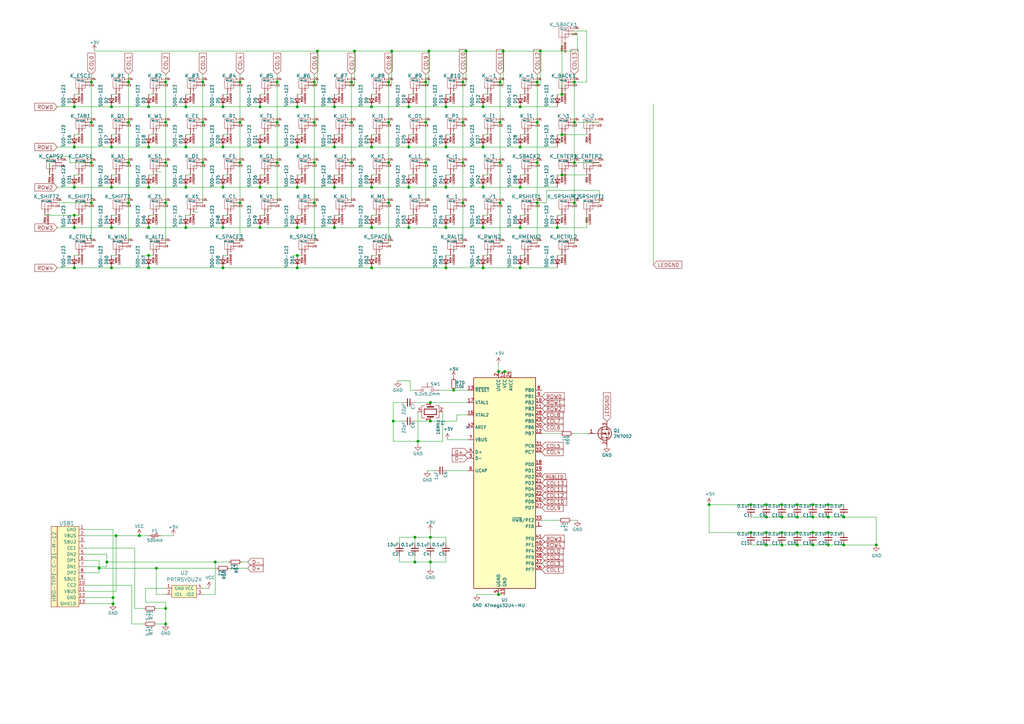
<source format=kicad_sch>
(kicad_sch (version 20200828) (generator eeschema)
  (page 1 1)
  (paper "A3")
  (junction (at 30.48 43.815) (diameter 1.016))
  (junction (at 30.48 60.325) (diameter 1.016))
  (junction (at 30.48 76.835) (diameter 1.016))
  (junction (at 30.48 88.265) (diameter 1.016))
  (junction (at 30.48 93.345) (diameter 1.016))
  (junction (at 30.48 109.855) (diameter 1.016))
  (junction (at 37.465 33.655) (diameter 1.016))
  (junction (at 37.465 50.165) (diameter 1.016))
  (junction (at 37.465 66.675) (diameter 1.016))
  (junction (at 37.465 83.185) (diameter 1.016))
  (junction (at 40.64 233.045) (diameter 1.016))
  (junction (at 43.815 230.505) (diameter 1.016))
  (junction (at 45.72 43.815) (diameter 1.016))
  (junction (at 45.72 60.325) (diameter 1.016))
  (junction (at 45.72 76.835) (diameter 1.016))
  (junction (at 45.72 93.345) (diameter 1.016))
  (junction (at 45.72 109.855) (diameter 1.016))
  (junction (at 46.355 245.11) (diameter 1.016))
  (junction (at 46.355 247.65) (diameter 1.016))
  (junction (at 47.625 219.71) (diameter 1.016))
  (junction (at 52.705 33.655) (diameter 1.016))
  (junction (at 52.705 50.165) (diameter 1.016))
  (junction (at 52.705 66.675) (diameter 1.016))
  (junction (at 52.705 83.185) (diameter 1.016))
  (junction (at 57.15 219.71) (diameter 1.016))
  (junction (at 60.96 43.815) (diameter 1.016))
  (junction (at 60.96 60.325) (diameter 1.016))
  (junction (at 60.96 76.835) (diameter 1.016))
  (junction (at 60.96 93.345) (diameter 1.016))
  (junction (at 60.96 104.775) (diameter 1.016))
  (junction (at 60.96 109.855) (diameter 1.016))
  (junction (at 64.135 233.045) (diameter 1.016))
  (junction (at 67.945 33.655) (diameter 1.016))
  (junction (at 67.945 50.165) (diameter 1.016))
  (junction (at 67.945 66.675) (diameter 1.016))
  (junction (at 67.945 83.185) (diameter 1.016))
  (junction (at 67.945 249.555) (diameter 1.016))
  (junction (at 67.945 255.905) (diameter 1.016))
  (junction (at 76.2 43.815) (diameter 1.016))
  (junction (at 76.2 60.325) (diameter 1.016))
  (junction (at 76.2 76.835) (diameter 1.016))
  (junction (at 76.2 93.345) (diameter 1.016))
  (junction (at 83.185 33.655) (diameter 1.016))
  (junction (at 83.185 50.165) (diameter 1.016))
  (junction (at 83.185 66.675) (diameter 1.016))
  (junction (at 88.265 230.505) (diameter 1.016))
  (junction (at 91.44 43.815) (diameter 1.016))
  (junction (at 91.44 60.325) (diameter 1.016))
  (junction (at 91.44 76.835) (diameter 1.016))
  (junction (at 91.44 93.345) (diameter 1.016))
  (junction (at 91.44 109.855) (diameter 1.016))
  (junction (at 98.425 33.655) (diameter 1.016))
  (junction (at 98.425 50.165) (diameter 1.016))
  (junction (at 98.425 66.675) (diameter 1.016))
  (junction (at 98.425 83.185) (diameter 1.016))
  (junction (at 106.68 43.815) (diameter 1.016))
  (junction (at 106.68 60.325) (diameter 1.016))
  (junction (at 106.68 76.835) (diameter 1.016))
  (junction (at 106.68 93.345) (diameter 1.016))
  (junction (at 113.665 33.655) (diameter 1.016))
  (junction (at 113.665 50.165) (diameter 1.016))
  (junction (at 113.665 66.675) (diameter 1.016))
  (junction (at 121.92 43.815) (diameter 1.016))
  (junction (at 121.92 60.325) (diameter 1.016))
  (junction (at 121.92 76.835) (diameter 1.016))
  (junction (at 121.92 93.345) (diameter 1.016))
  (junction (at 121.92 104.775) (diameter 1.016))
  (junction (at 121.92 109.855) (diameter 1.016))
  (junction (at 128.905 33.655) (diameter 1.016))
  (junction (at 128.905 50.165) (diameter 1.016))
  (junction (at 128.905 66.675) (diameter 1.016))
  (junction (at 128.905 83.185) (diameter 1.016))
  (junction (at 130.175 20.955) (diameter 1.016))
  (junction (at 137.16 43.815) (diameter 1.016))
  (junction (at 137.16 60.325) (diameter 1.016))
  (junction (at 137.16 76.835) (diameter 1.016))
  (junction (at 137.16 93.345) (diameter 1.016))
  (junction (at 144.145 33.655) (diameter 1.016))
  (junction (at 144.145 50.165) (diameter 1.016))
  (junction (at 144.145 66.675) (diameter 1.016))
  (junction (at 145.415 20.955) (diameter 1.016))
  (junction (at 152.4 43.815) (diameter 1.016))
  (junction (at 152.4 60.325) (diameter 1.016))
  (junction (at 152.4 76.835) (diameter 1.016))
  (junction (at 152.4 93.345) (diameter 1.016))
  (junction (at 152.4 109.855) (diameter 1.016))
  (junction (at 159.385 33.655) (diameter 1.016))
  (junction (at 159.385 50.165) (diameter 1.016))
  (junction (at 159.385 66.675) (diameter 1.016))
  (junction (at 159.385 83.185) (diameter 1.016))
  (junction (at 160.655 20.955) (diameter 1.016))
  (junction (at 161.29 172.72) (diameter 1.016))
  (junction (at 167.64 43.815) (diameter 1.016))
  (junction (at 167.64 60.325) (diameter 1.016))
  (junction (at 167.64 76.835) (diameter 1.016))
  (junction (at 167.64 93.345) (diameter 1.016))
  (junction (at 170.18 220.345) (diameter 1.016))
  (junction (at 170.18 230.505) (diameter 1.016))
  (junction (at 171.45 180.975) (diameter 1.016))
  (junction (at 174.625 33.655) (diameter 1.016))
  (junction (at 174.625 50.165) (diameter 1.016))
  (junction (at 174.625 66.675) (diameter 1.016))
  (junction (at 175.895 20.955) (diameter 1.016))
  (junction (at 176.53 165.1) (diameter 1.016))
  (junction (at 176.53 172.72) (diameter 1.016))
  (junction (at 176.53 220.345) (diameter 1.016))
  (junction (at 176.53 230.505) (diameter 1.016))
  (junction (at 182.88 43.815) (diameter 1.016))
  (junction (at 182.88 60.325) (diameter 1.016))
  (junction (at 182.88 76.835) (diameter 1.016))
  (junction (at 182.88 93.345) (diameter 1.016))
  (junction (at 182.88 109.855) (diameter 1.016))
  (junction (at 186.055 160.02) (diameter 1.016))
  (junction (at 189.865 33.655) (diameter 1.016))
  (junction (at 189.865 50.165) (diameter 1.016))
  (junction (at 189.865 66.675) (diameter 1.016))
  (junction (at 189.865 83.185) (diameter 1.016))
  (junction (at 191.135 20.955) (diameter 1.016))
  (junction (at 198.12 43.815) (diameter 1.016))
  (junction (at 198.12 60.325) (diameter 1.016))
  (junction (at 198.12 76.835) (diameter 1.016))
  (junction (at 198.12 93.345) (diameter 1.016))
  (junction (at 198.12 109.855) (diameter 1.016))
  (junction (at 204.47 152.4) (diameter 1.016))
  (junction (at 204.47 243.84) (diameter 1.016))
  (junction (at 205.105 33.655) (diameter 1.016))
  (junction (at 205.105 50.165) (diameter 1.016))
  (junction (at 205.105 66.675) (diameter 1.016))
  (junction (at 205.105 83.185) (diameter 1.016))
  (junction (at 206.375 20.955) (diameter 1.016))
  (junction (at 207.01 152.4) (diameter 1.016))
  (junction (at 213.36 43.815) (diameter 1.016))
  (junction (at 213.36 60.325) (diameter 1.016))
  (junction (at 213.36 76.835) (diameter 1.016))
  (junction (at 213.36 93.345) (diameter 1.016))
  (junction (at 213.36 109.855) (diameter 1.016))
  (junction (at 220.345 33.655) (diameter 1.016))
  (junction (at 220.345 50.165) (diameter 1.016))
  (junction (at 220.345 66.675) (diameter 1.016))
  (junction (at 220.345 83.185) (diameter 1.016))
  (junction (at 221.615 20.955) (diameter 1.016))
  (junction (at 228.6 93.345) (diameter 1.016))
  (junction (at 230.505 38.735) (diameter 1.016))
  (junction (at 230.505 55.245) (diameter 1.016))
  (junction (at 230.505 71.755) (diameter 1.016))
  (junction (at 235.585 33.655) (diameter 1.016))
  (junction (at 235.585 50.165) (diameter 1.016))
  (junction (at 235.585 66.675) (diameter 1.016))
  (junction (at 235.585 83.185) (diameter 1.016))
  (junction (at 290.83 207.01) (diameter 1.016))
  (junction (at 307.975 207.01) (diameter 1.016))
  (junction (at 307.975 218.44) (diameter 1.016))
  (junction (at 314.325 207.01) (diameter 1.016))
  (junction (at 314.325 212.09) (diameter 1.016))
  (junction (at 314.325 218.44) (diameter 1.016))
  (junction (at 314.325 223.52) (diameter 1.016))
  (junction (at 320.675 207.01) (diameter 1.016))
  (junction (at 320.675 212.09) (diameter 1.016))
  (junction (at 320.675 218.44) (diameter 1.016))
  (junction (at 320.675 223.52) (diameter 1.016))
  (junction (at 327.025 207.01) (diameter 1.016))
  (junction (at 327.025 212.09) (diameter 1.016))
  (junction (at 327.025 218.44) (diameter 1.016))
  (junction (at 327.025 223.52) (diameter 1.016))
  (junction (at 333.375 207.01) (diameter 1.016))
  (junction (at 333.375 212.09) (diameter 1.016))
  (junction (at 333.375 218.44) (diameter 1.016))
  (junction (at 333.375 223.52) (diameter 1.016))
  (junction (at 339.725 207.01) (diameter 1.016))
  (junction (at 339.725 212.09) (diameter 1.016))
  (junction (at 339.725 218.44) (diameter 1.016))
  (junction (at 339.725 223.52) (diameter 1.016))
  (junction (at 346.075 212.09) (diameter 1.016))
  (junction (at 346.075 223.52) (diameter 1.016))
  (junction (at 359.41 223.52) (diameter 1.016))
  (no_connect (at 191.77 175.26))
  (wire (pts (xy 18.415 88.265) (xy 30.48 88.265)))
  (wire (pts (xy 20.32 64.135) (xy 20.32 71.755)))
  (wire (pts (xy 23.495 43.815) (xy 30.48 43.815)))
  (wire (pts (xy 23.495 60.325) (xy 30.48 60.325)))
  (wire (pts (xy 23.495 76.835) (xy 30.48 76.835)))
  (wire (pts (xy 23.495 93.345) (xy 30.48 93.345)))
  (wire (pts (xy 23.495 109.855) (xy 30.48 109.855)))
  (wire (pts (xy 28.575 64.135) (xy 20.32 64.135)))
  (wire (pts (xy 28.575 66.675) (xy 28.575 64.135)))
  (wire (pts (xy 30.48 38.735) (xy 32.385 38.735)))
  (wire (pts (xy 30.48 43.815) (xy 45.72 43.815)))
  (wire (pts (xy 30.48 55.245) (xy 32.385 55.245)))
  (wire (pts (xy 30.48 60.325) (xy 45.72 60.325)))
  (wire (pts (xy 30.48 71.755) (xy 32.385 71.755)))
  (wire (pts (xy 30.48 76.835) (xy 45.72 76.835)))
  (wire (pts (xy 30.48 88.265) (xy 32.385 88.265)))
  (wire (pts (xy 30.48 93.345) (xy 45.72 93.345)))
  (wire (pts (xy 30.48 104.775) (xy 32.385 104.775)))
  (wire (pts (xy 30.48 109.855) (xy 45.72 109.855)))
  (wire (pts (xy 34.925 219.71) (xy 47.625 219.71)))
  (wire (pts (xy 34.925 224.79) (xy 55.245 224.79)))
  (wire (pts (xy 34.925 229.87) (xy 40.64 229.87)))
  (wire (pts (xy 34.925 232.41) (xy 43.815 232.41)))
  (wire (pts (xy 34.925 240.03) (xy 53.975 240.03)))
  (wire (pts (xy 34.925 245.11) (xy 46.355 245.11)))
  (wire (pts (xy 37.465 30.48) (xy 37.465 33.655)))
  (wire (pts (xy 37.465 33.655) (xy 37.465 50.165)))
  (wire (pts (xy 37.465 50.165) (xy 37.465 66.675)))
  (wire (pts (xy 37.465 66.675) (xy 28.575 66.675)))
  (wire (pts (xy 37.465 66.675) (xy 37.465 83.185)))
  (wire (pts (xy 37.465 83.185) (xy 23.495 83.185)))
  (wire (pts (xy 37.465 83.185) (xy 37.465 99.695)))
  (wire (pts (xy 38.735 20.955) (xy 130.175 20.955)))
  (wire (pts (xy 40.64 229.87) (xy 40.64 233.045)))
  (wire (pts (xy 40.64 233.045) (xy 40.64 234.95)))
  (wire (pts (xy 40.64 233.045) (xy 64.135 233.045)))
  (wire (pts (xy 40.64 234.95) (xy 34.925 234.95)))
  (wire (pts (xy 43.815 227.33) (xy 34.925 227.33)))
  (wire (pts (xy 43.815 230.505) (xy 43.815 227.33)))
  (wire (pts (xy 43.815 230.505) (xy 88.265 230.505)))
  (wire (pts (xy 43.815 232.41) (xy 43.815 230.505)))
  (wire (pts (xy 45.72 38.735) (xy 47.625 38.735)))
  (wire (pts (xy 45.72 43.815) (xy 60.96 43.815)))
  (wire (pts (xy 45.72 55.245) (xy 47.625 55.245)))
  (wire (pts (xy 45.72 60.325) (xy 60.96 60.325)))
  (wire (pts (xy 45.72 71.755) (xy 47.625 71.755)))
  (wire (pts (xy 45.72 76.835) (xy 60.96 76.835)))
  (wire (pts (xy 45.72 88.265) (xy 47.625 88.265)))
  (wire (pts (xy 45.72 93.345) (xy 60.96 93.345)))
  (wire (pts (xy 45.72 104.775) (xy 47.625 104.775)))
  (wire (pts (xy 45.72 109.855) (xy 60.96 109.855)))
  (wire (pts (xy 46.355 217.17) (xy 34.925 217.17)))
  (wire (pts (xy 46.355 217.17) (xy 46.355 245.11)))
  (wire (pts (xy 46.355 245.11) (xy 46.355 247.65)))
  (wire (pts (xy 46.355 247.65) (xy 34.925 247.65)))
  (wire (pts (xy 47.625 219.71) (xy 47.625 242.57)))
  (wire (pts (xy 47.625 219.71) (xy 57.15 219.71)))
  (wire (pts (xy 47.625 242.57) (xy 34.925 242.57)))
  (wire (pts (xy 52.705 30.48) (xy 52.705 33.655)))
  (wire (pts (xy 52.705 33.655) (xy 52.705 50.165)))
  (wire (pts (xy 52.705 50.165) (xy 52.705 66.675)))
  (wire (pts (xy 52.705 66.675) (xy 52.705 83.185)))
  (wire (pts (xy 52.705 83.185) (xy 52.705 99.695)))
  (wire (pts (xy 53.975 240.03) (xy 53.975 255.905)))
  (wire (pts (xy 53.975 255.905) (xy 59.055 255.905)))
  (wire (pts (xy 55.245 224.79) (xy 55.245 249.555)))
  (wire (pts (xy 55.245 249.555) (xy 59.055 249.555)))
  (wire (pts (xy 57.15 219.71) (xy 60.96 219.71)))
  (wire (pts (xy 58.42 104.775) (xy 60.96 104.775)))
  (wire (pts (xy 59.69 241.3) (xy 67.945 241.3)))
  (wire (pts (xy 59.69 247.015) (xy 59.69 241.3)))
  (wire (pts (xy 60.96 38.735) (xy 62.865 38.735)))
  (wire (pts (xy 60.96 43.815) (xy 76.2 43.815)))
  (wire (pts (xy 60.96 55.245) (xy 62.865 55.245)))
  (wire (pts (xy 60.96 60.325) (xy 76.2 60.325)))
  (wire (pts (xy 60.96 71.755) (xy 62.865 71.755)))
  (wire (pts (xy 60.96 76.835) (xy 76.2 76.835)))
  (wire (pts (xy 60.96 88.265) (xy 62.865 88.265)))
  (wire (pts (xy 60.96 93.345) (xy 76.2 93.345)))
  (wire (pts (xy 60.96 104.775) (xy 62.865 104.775)))
  (wire (pts (xy 60.96 109.855) (xy 91.44 109.855)))
  (wire (pts (xy 64.135 233.045) (xy 88.9 233.045)))
  (wire (pts (xy 64.135 243.84) (xy 64.135 233.045)))
  (wire (pts (xy 64.135 249.555) (xy 67.945 249.555)))
  (wire (pts (xy 66.04 70.485) (xy 64.135 70.485)))
  (wire (pts (xy 67.945 30.48) (xy 67.945 33.655)))
  (wire (pts (xy 67.945 33.655) (xy 67.945 50.165)))
  (wire (pts (xy 67.945 50.165) (xy 67.945 66.675)))
  (wire (pts (xy 67.945 66.675) (xy 67.945 83.185)))
  (wire (pts (xy 67.945 83.185) (xy 67.945 99.695)))
  (wire (pts (xy 67.945 243.84) (xy 64.135 243.84)))
  (wire (pts (xy 67.945 247.015) (xy 59.69 247.015)))
  (wire (pts (xy 67.945 249.555) (xy 67.945 247.015)))
  (wire (pts (xy 67.945 249.555) (xy 67.945 255.905)))
  (wire (pts (xy 67.945 255.905) (xy 64.135 255.905)))
  (wire (pts (xy 71.12 219.71) (xy 66.04 219.71)))
  (wire (pts (xy 76.2 38.735) (xy 78.105 38.735)))
  (wire (pts (xy 76.2 43.815) (xy 91.44 43.815)))
  (wire (pts (xy 76.2 55.245) (xy 78.105 55.245)))
  (wire (pts (xy 76.2 60.325) (xy 91.44 60.325)))
  (wire (pts (xy 76.2 71.755) (xy 78.105 71.755)))
  (wire (pts (xy 76.2 76.835) (xy 91.44 76.835)))
  (wire (pts (xy 76.2 88.265) (xy 78.105 88.265)))
  (wire (pts (xy 76.2 93.345) (xy 91.44 93.345)))
  (wire (pts (xy 81.28 86.995) (xy 79.375 86.995)))
  (wire (pts (xy 83.185 30.48) (xy 83.185 33.655)))
  (wire (pts (xy 83.185 33.655) (xy 83.185 50.165)))
  (wire (pts (xy 83.185 50.165) (xy 83.185 66.675)))
  (wire (pts (xy 83.185 66.675) (xy 83.185 83.185)))
  (wire (pts (xy 83.185 243.84) (xy 88.265 243.84)))
  (wire (pts (xy 85.725 241.3) (xy 83.185 241.3)))
  (wire (pts (xy 88.265 230.505) (xy 93.98 230.505)))
  (wire (pts (xy 88.265 243.84) (xy 88.265 230.505)))
  (wire (pts (xy 91.44 38.735) (xy 93.345 38.735)))
  (wire (pts (xy 91.44 43.815) (xy 106.68 43.815)))
  (wire (pts (xy 91.44 55.245) (xy 93.345 55.245)))
  (wire (pts (xy 91.44 60.325) (xy 106.68 60.325)))
  (wire (pts (xy 91.44 71.755) (xy 93.345 71.755)))
  (wire (pts (xy 91.44 76.835) (xy 106.68 76.835)))
  (wire (pts (xy 91.44 88.265) (xy 93.345 88.265)))
  (wire (pts (xy 91.44 93.345) (xy 106.68 93.345)))
  (wire (pts (xy 91.44 104.775) (xy 93.345 104.775)))
  (wire (pts (xy 91.44 109.855) (xy 121.92 109.855)))
  (wire (pts (xy 93.98 233.045) (xy 101.6 233.045)))
  (wire (pts (xy 98.425 30.48) (xy 98.425 33.655)))
  (wire (pts (xy 98.425 33.655) (xy 98.425 50.165)))
  (wire (pts (xy 98.425 50.165) (xy 98.425 66.675)))
  (wire (pts (xy 98.425 66.675) (xy 98.425 83.185)))
  (wire (pts (xy 98.425 99.695) (xy 98.425 83.185)))
  (wire (pts (xy 99.06 230.505) (xy 101.6 230.505)))
  (wire (pts (xy 106.68 38.735) (xy 108.585 38.735)))
  (wire (pts (xy 106.68 43.815) (xy 121.92 43.815)))
  (wire (pts (xy 106.68 55.245) (xy 108.585 55.245)))
  (wire (pts (xy 106.68 60.325) (xy 121.92 60.325)))
  (wire (pts (xy 106.68 71.755) (xy 108.585 71.755)))
  (wire (pts (xy 106.68 76.835) (xy 121.92 76.835)))
  (wire (pts (xy 106.68 88.265) (xy 108.585 88.265)))
  (wire (pts (xy 106.68 93.345) (xy 121.92 93.345)))
  (wire (pts (xy 113.665 30.48) (xy 113.665 33.655)))
  (wire (pts (xy 113.665 33.655) (xy 113.665 50.165)))
  (wire (pts (xy 113.665 50.165) (xy 113.665 66.675)))
  (wire (pts (xy 113.665 66.675) (xy 113.665 83.185)))
  (wire (pts (xy 120.015 104.775) (xy 121.92 104.775)))
  (wire (pts (xy 121.92 38.735) (xy 123.825 38.735)))
  (wire (pts (xy 121.92 43.815) (xy 137.16 43.815)))
  (wire (pts (xy 121.92 55.245) (xy 123.825 55.245)))
  (wire (pts (xy 121.92 60.325) (xy 137.16 60.325)))
  (wire (pts (xy 121.92 71.755) (xy 123.825 71.755)))
  (wire (pts (xy 121.92 76.835) (xy 137.16 76.835)))
  (wire (pts (xy 121.92 88.265) (xy 123.825 88.265)))
  (wire (pts (xy 121.92 93.345) (xy 137.16 93.345)))
  (wire (pts (xy 121.92 104.775) (xy 123.825 104.775)))
  (wire (pts (xy 121.92 109.855) (xy 152.4 109.855)))
  (wire (pts (xy 128.905 30.48) (xy 128.905 33.655)))
  (wire (pts (xy 128.905 33.655) (xy 128.905 50.165)))
  (wire (pts (xy 128.905 50.165) (xy 128.905 66.675)))
  (wire (pts (xy 128.905 66.675) (xy 128.905 83.185)))
  (wire (pts (xy 128.905 99.695) (xy 128.905 83.185)))
  (wire (pts (xy 130.175 20.955) (xy 130.175 34.925)))
  (wire (pts (xy 130.175 20.955) (xy 145.415 20.955)))
  (wire (pts (xy 130.175 34.925) (xy 127.635 34.925)))
  (wire (pts (xy 137.16 38.735) (xy 139.065 38.735)))
  (wire (pts (xy 137.16 43.815) (xy 152.4 43.815)))
  (wire (pts (xy 137.16 55.245) (xy 139.065 55.245)))
  (wire (pts (xy 137.16 60.325) (xy 152.4 60.325)))
  (wire (pts (xy 137.16 71.755) (xy 139.065 71.755)))
  (wire (pts (xy 137.16 76.835) (xy 152.4 76.835)))
  (wire (pts (xy 137.16 88.265) (xy 139.065 88.265)))
  (wire (pts (xy 137.16 93.345) (xy 152.4 93.345)))
  (wire (pts (xy 144.145 30.48) (xy 144.145 33.655)))
  (wire (pts (xy 144.145 33.655) (xy 144.145 50.165)))
  (wire (pts (xy 144.145 50.165) (xy 144.145 66.675)))
  (wire (pts (xy 144.145 66.675) (xy 144.145 83.185)))
  (wire (pts (xy 145.415 20.955) (xy 145.415 34.925)))
  (wire (pts (xy 145.415 20.955) (xy 160.655 20.955)))
  (wire (pts (xy 145.415 34.925) (xy 142.875 34.925)))
  (wire (pts (xy 152.4 38.735) (xy 154.305 38.735)))
  (wire (pts (xy 152.4 43.815) (xy 167.64 43.815)))
  (wire (pts (xy 152.4 55.245) (xy 154.305 55.245)))
  (wire (pts (xy 152.4 60.325) (xy 167.64 60.325)))
  (wire (pts (xy 152.4 71.755) (xy 154.305 71.755)))
  (wire (pts (xy 152.4 76.835) (xy 167.64 76.835)))
  (wire (pts (xy 152.4 88.265) (xy 154.305 88.265)))
  (wire (pts (xy 152.4 93.345) (xy 167.64 93.345)))
  (wire (pts (xy 152.4 104.775) (xy 154.305 104.775)))
  (wire (pts (xy 152.4 109.855) (xy 182.88 109.855)))
  (wire (pts (xy 159.385 30.48) (xy 159.385 33.655)))
  (wire (pts (xy 159.385 33.655) (xy 159.385 50.165)))
  (wire (pts (xy 159.385 50.165) (xy 159.385 66.675)))
  (wire (pts (xy 159.385 66.675) (xy 159.385 83.185)))
  (wire (pts (xy 159.385 99.695) (xy 159.385 83.185)))
  (wire (pts (xy 160.655 20.955) (xy 160.655 34.925)))
  (wire (pts (xy 160.655 20.955) (xy 175.895 20.955)))
  (wire (pts (xy 160.655 34.925) (xy 158.115 34.925)))
  (wire (pts (xy 161.29 165.1) (xy 161.29 172.72)))
  (wire (pts (xy 161.29 172.72) (xy 161.29 180.975)))
  (wire (pts (xy 161.29 172.72) (xy 165.1 172.72)))
  (wire (pts (xy 161.29 180.975) (xy 171.45 180.975)))
  (wire (pts (xy 163.195 156.21) (xy 168.275 156.21)))
  (wire (pts (xy 163.83 220.345) (xy 170.18 220.345)))
  (wire (pts (xy 163.83 222.885) (xy 163.83 220.345)))
  (wire (pts (xy 163.83 230.505) (xy 163.83 227.965)))
  (wire (pts (xy 163.83 230.505) (xy 170.18 230.505)))
  (wire (pts (xy 165.1 165.1) (xy 161.29 165.1)))
  (wire (pts (xy 167.64 38.735) (xy 169.545 38.735)))
  (wire (pts (xy 167.64 43.815) (xy 182.88 43.815)))
  (wire (pts (xy 167.64 55.245) (xy 169.545 55.245)))
  (wire (pts (xy 167.64 60.325) (xy 182.88 60.325)))
  (wire (pts (xy 167.64 71.755) (xy 169.545 71.755)))
  (wire (pts (xy 167.64 76.835) (xy 182.88 76.835)))
  (wire (pts (xy 167.64 88.265) (xy 169.545 88.265)))
  (wire (pts (xy 167.64 93.345) (xy 182.88 93.345)))
  (wire (pts (xy 168.275 156.21) (xy 168.275 160.02)))
  (wire (pts (xy 168.275 160.02) (xy 170.18 160.02)))
  (wire (pts (xy 170.18 165.1) (xy 176.53 165.1)))
  (wire (pts (xy 170.18 220.345) (xy 170.18 222.885)))
  (wire (pts (xy 170.18 220.345) (xy 176.53 220.345)))
  (wire (pts (xy 170.18 227.965) (xy 170.18 230.505)))
  (wire (pts (xy 170.18 230.505) (xy 176.53 230.505)))
  (wire (pts (xy 171.45 168.91) (xy 171.45 180.975)))
  (wire (pts (xy 171.45 180.975) (xy 171.45 182.245)))
  (wire (pts (xy 171.45 180.975) (xy 181.61 180.975)))
  (wire (pts (xy 174.625 30.48) (xy 174.625 33.655)))
  (wire (pts (xy 174.625 33.655) (xy 174.625 50.165)))
  (wire (pts (xy 174.625 50.165) (xy 174.625 66.675)))
  (wire (pts (xy 174.625 66.675) (xy 174.625 83.185)))
  (wire (pts (xy 175.26 193.04) (xy 178.435 193.04)))
  (wire (pts (xy 175.895 20.955) (xy 175.895 34.925)))
  (wire (pts (xy 175.895 20.955) (xy 191.135 20.955)))
  (wire (pts (xy 175.895 34.925) (xy 173.355 34.925)))
  (wire (pts (xy 176.53 165.1) (xy 191.77 165.1)))
  (wire (pts (xy 176.53 172.72) (xy 170.18 172.72)))
  (wire (pts (xy 176.53 217.805) (xy 176.53 220.345)))
  (wire (pts (xy 176.53 220.345) (xy 176.53 222.885)))
  (wire (pts (xy 176.53 220.345) (xy 182.88 220.345)))
  (wire (pts (xy 176.53 227.965) (xy 176.53 230.505)))
  (wire (pts (xy 176.53 230.505) (xy 176.53 233.045)))
  (wire (pts (xy 176.53 230.505) (xy 182.88 230.505)))
  (wire (pts (xy 180.34 160.02) (xy 186.055 160.02)))
  (wire (pts (xy 181.61 180.975) (xy 181.61 168.91)))
  (wire (pts (xy 182.88 38.735) (xy 184.785 38.735)))
  (wire (pts (xy 182.88 43.815) (xy 198.12 43.815)))
  (wire (pts (xy 182.88 55.245) (xy 184.785 55.245)))
  (wire (pts (xy 182.88 60.325) (xy 198.12 60.325)))
  (wire (pts (xy 182.88 71.755) (xy 184.785 71.755)))
  (wire (pts (xy 182.88 76.835) (xy 198.12 76.835)))
  (wire (pts (xy 182.88 88.265) (xy 184.785 88.265)))
  (wire (pts (xy 182.88 93.345) (xy 198.12 93.345)))
  (wire (pts (xy 182.88 104.775) (xy 184.785 104.775)))
  (wire (pts (xy 182.88 109.855) (xy 198.12 109.855)))
  (wire (pts (xy 182.88 220.345) (xy 182.88 222.885)))
  (wire (pts (xy 182.88 230.505) (xy 182.88 227.965)))
  (wire (pts (xy 183.515 193.04) (xy 191.77 193.04)))
  (wire (pts (xy 186.055 160.02) (xy 191.77 160.02)))
  (wire (pts (xy 187.325 170.18) (xy 187.325 172.72)))
  (wire (pts (xy 187.325 170.18) (xy 191.77 170.18)))
  (wire (pts (xy 187.325 172.72) (xy 176.53 172.72)))
  (wire (pts (xy 189.865 30.48) (xy 189.865 33.655)))
  (wire (pts (xy 189.865 33.655) (xy 189.865 50.165)))
  (wire (pts (xy 189.865 50.165) (xy 189.865 66.675)))
  (wire (pts (xy 189.865 66.675) (xy 189.865 83.185)))
  (wire (pts (xy 189.865 83.185) (xy 189.865 99.695)))
  (wire (pts (xy 191.135 20.955) (xy 191.135 34.925)))
  (wire (pts (xy 191.135 20.955) (xy 206.375 20.955)))
  (wire (pts (xy 191.135 34.925) (xy 188.595 34.925)))
  (wire (pts (xy 191.77 180.34) (xy 183.515 180.34)))
  (wire (pts (xy 195.58 243.84) (xy 204.47 243.84)))
  (wire (pts (xy 198.12 38.735) (xy 200.025 38.735)))
  (wire (pts (xy 198.12 43.815) (xy 213.36 43.815)))
  (wire (pts (xy 198.12 55.245) (xy 200.025 55.245)))
  (wire (pts (xy 198.12 60.325) (xy 213.36 60.325)))
  (wire (pts (xy 198.12 71.755) (xy 200.025 71.755)))
  (wire (pts (xy 198.12 76.835) (xy 213.36 76.835)))
  (wire (pts (xy 198.12 88.265) (xy 200.025 88.265)))
  (wire (pts (xy 198.12 93.345) (xy 213.36 93.345)))
  (wire (pts (xy 198.12 104.775) (xy 200.025 104.775)))
  (wire (pts (xy 198.12 109.855) (xy 213.36 109.855)))
  (wire (pts (xy 204.47 149.225) (xy 204.47 152.4)))
  (wire (pts (xy 204.47 152.4) (xy 207.01 152.4)))
  (wire (pts (xy 204.47 243.84) (xy 207.01 243.84)))
  (wire (pts (xy 205.105 30.48) (xy 205.105 33.655)))
  (wire (pts (xy 205.105 33.655) (xy 205.105 50.165)))
  (wire (pts (xy 205.105 50.165) (xy 205.105 66.675)))
  (wire (pts (xy 205.105 66.675) (xy 205.105 83.185)))
  (wire (pts (xy 205.105 83.185) (xy 205.105 99.695)))
  (wire (pts (xy 206.375 20.955) (xy 206.375 34.925)))
  (wire (pts (xy 206.375 20.955) (xy 221.615 20.955)))
  (wire (pts (xy 206.375 34.925) (xy 203.835 34.925)))
  (wire (pts (xy 207.01 152.4) (xy 209.55 152.4)))
  (wire (pts (xy 213.36 38.735) (xy 215.265 38.735)))
  (wire (pts (xy 213.36 43.815) (xy 228.6 43.815)))
  (wire (pts (xy 213.36 55.245) (xy 215.265 55.245)))
  (wire (pts (xy 213.36 60.325) (xy 228.6 60.325)))
  (wire (pts (xy 213.36 71.755) (xy 215.265 71.755)))
  (wire (pts (xy 213.36 76.835) (xy 228.6 76.835)))
  (wire (pts (xy 213.36 88.265) (xy 215.265 88.265)))
  (wire (pts (xy 213.36 93.345) (xy 228.6 93.345)))
  (wire (pts (xy 213.36 104.775) (xy 215.265 104.775)))
  (wire (pts (xy 213.36 109.855) (xy 228.6 109.855)))
  (wire (pts (xy 220.345 30.48) (xy 220.345 33.655)))
  (wire (pts (xy 220.345 33.655) (xy 220.345 50.165)))
  (wire (pts (xy 220.345 50.165) (xy 220.345 66.675)))
  (wire (pts (xy 220.345 83.185) (xy 220.345 66.675)))
  (wire (pts (xy 220.345 99.695) (xy 220.345 83.185)))
  (wire (pts (xy 221.615 20.955) (xy 221.615 34.925)))
  (wire (pts (xy 221.615 20.955) (xy 236.855 20.955)))
  (wire (pts (xy 221.615 34.925) (xy 219.075 34.925)))
  (wire (pts (xy 224.155 78.105) (xy 224.155 83.185)))
  (wire (pts (xy 224.155 83.185) (xy 220.345 83.185)))
  (wire (pts (xy 228.6 38.735) (xy 230.505 38.735)))
  (wire (pts (xy 228.6 55.245) (xy 230.505 55.245)))
  (wire (pts (xy 228.6 71.755) (xy 230.505 71.755)))
  (wire (pts (xy 228.6 88.265) (xy 230.505 88.265)))
  (wire (pts (xy 228.6 104.775) (xy 230.505 104.775)))
  (wire (pts (xy 229.235 213.36) (xy 222.25 213.36)))
  (wire (pts (xy 229.87 177.8) (xy 222.25 177.8)))
  (wire (pts (xy 230.505 38.735) (xy 230.505 17.78)))
  (wire (pts (xy 230.505 71.755) (xy 240.665 71.755)))
  (wire (pts (xy 234.95 177.8) (xy 241.3 177.8)))
  (wire (pts (xy 235.585 30.48) (xy 235.585 33.655)))
  (wire (pts (xy 235.585 33.655) (xy 235.585 50.165)))
  (wire (pts (xy 235.585 33.655) (xy 240.665 33.655)))
  (wire (pts (xy 235.585 50.165) (xy 235.585 66.675)))
  (wire (pts (xy 235.585 50.165) (xy 245.745 50.165)))
  (wire (pts (xy 235.585 66.675) (xy 235.585 83.185)))
  (wire (pts (xy 235.585 66.675) (xy 245.745 66.675)))
  (wire (pts (xy 235.585 83.185) (xy 235.585 99.695)))
  (wire (pts (xy 236.855 13.97) (xy 234.315 13.97)))
  (wire (pts (xy 236.855 13.97) (xy 236.855 20.955)))
  (wire (pts (xy 236.855 213.36) (xy 234.315 213.36)))
  (wire (pts (xy 240.665 12.7) (xy 235.585 12.7)))
  (wire (pts (xy 240.665 33.655) (xy 240.665 12.7)))
  (wire (pts (xy 240.665 55.245) (xy 230.505 55.245)))
  (wire (pts (xy 240.665 88.265) (xy 240.665 93.345)))
  (wire (pts (xy 240.665 93.345) (xy 228.6 93.345)))
  (wire (pts (xy 245.745 78.105) (xy 224.155 78.105)))
  (wire (pts (xy 245.745 83.185) (xy 245.745 78.105)))
  (wire (pts (xy 267.97 42.545) (xy 267.97 108.585)))
  (wire (pts (xy 290.83 207.01) (xy 307.975 207.01)))
  (wire (pts (xy 290.83 218.44) (xy 290.83 207.01)))
  (wire (pts (xy 307.975 207.01) (xy 314.325 207.01)))
  (wire (pts (xy 307.975 212.09) (xy 314.325 212.09)))
  (wire (pts (xy 307.975 218.44) (xy 290.83 218.44)))
  (wire (pts (xy 314.325 207.01) (xy 320.675 207.01)))
  (wire (pts (xy 314.325 212.09) (xy 320.675 212.09)))
  (wire (pts (xy 314.325 218.44) (xy 307.975 218.44)))
  (wire (pts (xy 314.325 223.52) (xy 307.975 223.52)))
  (wire (pts (xy 320.675 207.01) (xy 327.025 207.01)))
  (wire (pts (xy 320.675 212.09) (xy 327.025 212.09)))
  (wire (pts (xy 320.675 218.44) (xy 314.325 218.44)))
  (wire (pts (xy 320.675 223.52) (xy 314.325 223.52)))
  (wire (pts (xy 327.025 207.01) (xy 333.375 207.01)))
  (wire (pts (xy 327.025 212.09) (xy 333.375 212.09)))
  (wire (pts (xy 327.025 218.44) (xy 320.675 218.44)))
  (wire (pts (xy 327.025 223.52) (xy 320.675 223.52)))
  (wire (pts (xy 333.375 207.01) (xy 339.725 207.01)))
  (wire (pts (xy 333.375 212.09) (xy 339.725 212.09)))
  (wire (pts (xy 333.375 218.44) (xy 327.025 218.44)))
  (wire (pts (xy 333.375 223.52) (xy 327.025 223.52)))
  (wire (pts (xy 339.725 207.01) (xy 346.075 207.01)))
  (wire (pts (xy 339.725 212.09) (xy 346.075 212.09)))
  (wire (pts (xy 339.725 218.44) (xy 333.375 218.44)))
  (wire (pts (xy 339.725 223.52) (xy 333.375 223.52)))
  (wire (pts (xy 346.075 212.09) (xy 359.41 212.09)))
  (wire (pts (xy 346.075 218.44) (xy 339.725 218.44)))
  (wire (pts (xy 346.075 223.52) (xy 339.725 223.52)))
  (wire (pts (xy 359.41 212.09) (xy 359.41 223.52)))
  (wire (pts (xy 359.41 223.52) (xy 346.075 223.52)))
  (global_label "ROW0" (shape input) (at 23.495 43.815 180) (effects (font (size 1.524 1.524))))
  (global_label "ROW1" (shape input) (at 23.495 60.325 180) (effects (font (size 1.524 1.524))))
  (global_label "ROW2" (shape input) (at 23.495 76.835 180) (effects (font (size 1.524 1.524))))
  (global_label "ROW3" (shape input) (at 23.495 93.345 180) (effects (font (size 1.524 1.524))))
  (global_label "ROW4" (shape input) (at 23.495 109.855 180) (effects (font (size 1.524 1.524))))
  (global_label "COL0" (shape input) (at 37.465 30.48 90) (effects (font (size 1.524 1.524))))
  (global_label "COL1" (shape input) (at 52.705 30.48 90) (effects (font (size 1.524 1.524))))
  (global_label "COL2" (shape input) (at 67.945 30.48 90) (effects (font (size 1.524 1.524))))
  (global_label "COL3" (shape input) (at 83.185 30.48 90) (effects (font (size 1.524 1.524))))
  (global_label "COL4" (shape input) (at 98.425 30.48 90) (effects (font (size 1.524 1.524))))
  (global_label "D-" (shape input) (at 101.6 230.505 0) (effects (font (size 1.524 1.524))))
  (global_label "D+" (shape input) (at 101.6 233.045 0) (effects (font (size 1.524 1.524))))
  (global_label "COL5" (shape input) (at 113.665 30.48 90) (effects (font (size 1.524 1.524))))
  (global_label "COL6" (shape input) (at 128.905 30.48 90) (effects (font (size 1.524 1.524))))
  (global_label "COL7" (shape input) (at 144.145 30.48 90) (effects (font (size 1.524 1.524))))
  (global_label "COL8" (shape input) (at 159.385 30.48 90) (effects (font (size 1.524 1.524))))
  (global_label "COL9" (shape input) (at 174.625 30.48 90) (effects (font (size 1.524 1.524))))
  (global_label "COL10" (shape input) (at 189.865 30.48 90) (effects (font (size 1.524 1.524))))
  (global_label "D+" (shape input) (at 191.77 185.42 180) (effects (font (size 1.524 1.524))))
  (global_label "D-" (shape input) (at 191.77 187.96 180) (effects (font (size 1.524 1.524))))
  (global_label "COL11" (shape input) (at 205.105 30.48 90) (effects (font (size 1.524 1.524))))
  (global_label "COL12" (shape input) (at 220.345 30.48 90) (effects (font (size 1.524 1.524))))
  (global_label "ROW0" (shape input) (at 222.25 162.56 0) (effects (font (size 1.524 1.524))))
  (global_label "ROW1" (shape input) (at 222.25 165.1 0) (effects (font (size 1.524 1.524))))
  (global_label "ROW2" (shape input) (at 222.25 167.64 0) (effects (font (size 1.524 1.524))))
  (global_label "COL8" (shape input) (at 222.25 170.18 0) (effects (font (size 1.524 1.524))))
  (global_label "COL7" (shape input) (at 222.25 172.72 0) (effects (font (size 1.524 1.524))))
  (global_label "COL6" (shape input) (at 222.25 175.26 0) (effects (font (size 1.524 1.524))))
  (global_label "COL5" (shape input) (at 222.25 182.88 0) (effects (font (size 1.524 1.524))))
  (global_label "COL4" (shape input) (at 222.25 185.42 0) (effects (font (size 1.524 1.524))))
  (global_label "RGBLED" (shape input) (at 222.25 195.58 0))
  (global_label "COL13" (shape input) (at 222.25 198.12 0) (effects (font (size 1.524 1.524))))
  (global_label "COL11" (shape input) (at 222.25 200.66 0) (effects (font (size 1.524 1.524))))
  (global_label "COL12" (shape input) (at 222.25 203.2 0) (effects (font (size 1.524 1.524))))
  (global_label "COL10" (shape input) (at 222.25 205.74 0) (effects (font (size 1.524 1.524))))
  (global_label "COL9" (shape input) (at 222.25 208.28 0) (effects (font (size 1.524 1.524))))
  (global_label "ROW3" (shape input) (at 222.25 220.98 0) (effects (font (size 1.524 1.524))))
  (global_label "ROW4" (shape input) (at 222.25 223.52 0) (effects (font (size 1.524 1.524))))
  (global_label "COL0" (shape input) (at 222.25 226.06 0) (effects (font (size 1.524 1.524))))
  (global_label "COL2" (shape input) (at 222.25 228.6 0) (effects (font (size 1.524 1.524))))
  (global_label "COL3" (shape input) (at 222.25 231.14 0) (effects (font (size 1.524 1.524))))
  (global_label "COL1" (shape input) (at 222.25 233.68 0) (effects (font (size 1.524 1.524))))
  (global_label "COL13" (shape input) (at 235.585 30.48 90) (effects (font (size 1.524 1.524))))
  (global_label "LEDGND" (shape input) (at 248.92 172.72 90) (effects (font (size 1.524 1.524))))
  (global_label "LEDGND" (shape input) (at 267.97 108.585 0) (effects (font (size 1.524 1.524))))
  (symbol (lib_id "power:+5V") (at 38.735 20.955 0) (unit 1)
    (property "Reference" "#PWR01" (effects hide))
    (property "Value" "+5V" (at 38.735 17.399 0))
  )
  (symbol (lib_id "power:VCC") (at 57.15 219.71 0) (unit 1)
    (property "Reference" "#PWR014" (effects hide))
    (property "Value" "VCC" (at 57.15 215.9 0))
  )
  (symbol (lib_id "power:+5V") (at 71.12 219.71 0) (unit 1)
    (property "Reference" "#PWR013" (effects hide))
    (property "Value" "+5V" (at 71.12 216.154 0))
  )
  (symbol (lib_id "power:VCC") (at 85.725 241.3 0) (unit 1)
    (property "Reference" "#PWR0101" (effects hide))
    (property "Value" "VCC" (at 86.1568 236.9058 0))
  )
  (symbol (lib_id "power:+5V") (at 176.53 217.805 0) (unit 1)
    (property "Reference" "#PWR012" (effects hide))
    (property "Value" "+5V" (at 176.53 214.249 0))
  )
  (symbol (lib_id "power:+5V") (at 183.515 180.34 0) (unit 1)
    (property "Reference" "#PWR0103" (effects hide))
    (property "Value" "+5V" (at 183.896 175.9458 0))
  )
  (symbol (lib_id "power:+5V") (at 186.055 154.94 0) (unit 1)
    (property "Reference" "#PWR05" (effects hide))
    (property "Value" "+5V" (at 186.055 151.384 0))
  )
  (symbol (lib_id "power:+5V") (at 204.47 149.225 0) (unit 1)
    (property "Reference" "#PWR0102" (effects hide))
    (property "Value" "+5V" (at 204.851 144.8308 0))
  )
  (symbol (lib_id "power:+5V") (at 290.83 207.01 0) (unit 1)
    (property "Reference" "#PWR0109" (effects hide))
    (property "Value" "+5V" (at 291.211 202.6158 0))
  )
  (symbol (lib_id "power:GND") (at 46.355 247.65 0) (unit 1)
    (property "Reference" "#PWR015" (effects hide))
    (property "Value" "GND" (at 46.355 251.46 0))
  )
  (symbol (lib_id "power:GND") (at 67.945 255.905 0) (unit 1)
    (property "Reference" "#PWR016" (effects hide))
    (property "Value" "GND" (at 67.945 259.715 0))
  )
  (symbol (lib_id "power:GND") (at 163.195 156.21 0) (unit 1)
    (property "Reference" "#PWR06" (effects hide))
    (property "Value" "GND" (at 163.195 160.02 0))
  )
  (symbol (lib_id "power:GND") (at 171.45 182.245 0) (unit 1)
    (property "Reference" "#PWR07" (effects hide))
    (property "Value" "GND" (at 171.45 186.055 0))
  )
  (symbol (lib_id "power:GND") (at 175.26 193.04 0) (unit 1)
    (property "Reference" "#PWR03" (effects hide))
    (property "Value" "GND" (at 175.26 196.85 0))
  )
  (symbol (lib_id "power:GND") (at 176.53 233.045 0) (unit 1)
    (property "Reference" "#PWR011" (effects hide))
    (property "Value" "GND" (at 176.53 236.855 0))
  )
  (symbol (lib_id "power:GND") (at 195.58 243.84 0) (unit 1)
    (property "Reference" "#PWR0104" (effects hide))
    (property "Value" "GND" (at 195.707 248.2342 0))
  )
  (symbol (lib_id "power:GND") (at 236.855 213.36 0) (unit 1)
    (property "Reference" "#PWR09" (effects hide))
    (property "Value" "GND" (at 236.855 217.17 0))
  )
  (symbol (lib_id "power:GND") (at 248.92 182.88 0) (unit 1)
    (property "Reference" "#PWR010" (effects hide))
    (property "Value" "GND" (at 248.92 186.69 0))
  )
  (symbol (lib_id "power:GND") (at 359.41 223.52 0) (unit 1)
    (property "Reference" "#PWR0110" (effects hide))
    (property "Value" "GND" (at 359.537 227.9142 0))
  )
  (symbol (lib_id "Device:R_Small") (at 61.595 249.555 270) (unit 1)
    (property "Reference" "R73" (at 62.103 250.317 0) (effects (justify left)))
    (property "Value" "5.1k" (at 60.579 250.317 0) (effects (justify left)))
    (property "Footprint" "Resistors_SMD:R_0805" (effects hide))
  )
  (symbol (lib_id "Device:R_Small") (at 61.595 255.905 270) (unit 1)
    (property "Reference" "R74" (at 62.103 256.667 0) (effects (justify left)))
    (property "Value" "5.1k" (at 60.579 256.667 0) (effects (justify left)))
    (property "Footprint" "Resistors_SMD:R_0805" (effects hide))
  )
  (symbol (lib_id "Device:R_Small") (at 91.44 233.045 270) (unit 1)
    (property "Reference" "R68" (at 91.948 233.807 0) (effects (justify left)))
    (property "Value" "22" (at 90.424 233.807 0) (effects (justify left)))
    (property "Footprint" "Resistors_SMD:R_0805" (effects hide))
  )
  (symbol (lib_id "Device:R_Small") (at 96.52 230.505 270) (unit 1)
    (property "Reference" "R67" (at 97.028 231.267 0) (effects (justify left)))
    (property "Value" "22" (at 95.504 231.267 0) (effects (justify left)))
    (property "Footprint" "Resistors_SMD:R_0805" (effects hide))
  )
  (symbol (lib_id "Device:R_Small") (at 186.055 157.48 0) (unit 1)
    (property "Reference" "R70" (at 186.817 156.972 0) (effects (justify left)))
    (property "Value" "10k" (at 186.817 158.496 0) (effects (justify left)))
    (property "Footprint" "Resistors_SMD:R_0805" (effects hide))
  )
  (symbol (lib_id "Device:R_Small") (at 231.775 213.36 270) (unit 1)
    (property "Reference" "R71" (at 232.283 214.122 0) (effects (justify left)))
    (property "Value" "1k" (at 230.759 214.122 0) (effects (justify left)))
    (property "Footprint" "Resistors_SMD:R_0805" (effects hide))
  )
  (symbol (lib_id "Device:R_Small") (at 232.41 177.8 270) (unit 1)
    (property "Reference" "R69" (at 232.918 178.562 0) (effects (justify left)))
    (property "Value" "1k" (at 231.394 178.562 0) (effects (justify left)))
    (property "Footprint" "Resistors_SMD:R_0805" (effects hide))
  )
  (symbol (lib_id "Device:Polyfuse_Small") (at 63.5 219.71 270) (unit 1)
    (property "Reference" "F1" (at 63.5 217.805 90))
    (property "Value" "500mA" (at 63.5 221.615 90))
    (property "Footprint" "Fuse_Holders_and_Fuses:Fuse_SMD1206_Reflow" (effects hide))
  )
  (symbol (lib_id "Device:D_Small") (at 30.48 41.275 90) (unit 1)
    (property "Reference" "D1" (at 28.448 42.545 0) (effects (justify left)))
    (property "Value" "SOD-123" (at 26.035 43.815 0) (effects (justify left)))
    (property "Footprint" "Diodes_SMD:D_SOD-123" (effects hide))
  )
  (symbol (lib_id "Device:D_Small") (at 30.48 57.785 90) (unit 1)
    (property "Reference" "D16" (at 28.448 59.055 0) (effects (justify left)))
    (property "Value" "SOD-123" (at 26.035 60.325 0) (effects (justify left)))
    (property "Footprint" "Diodes_SMD:D_SOD-123" (effects hide))
  )
  (symbol (lib_id "Device:D_Small") (at 30.48 74.295 90) (unit 1)
    (property "Reference" "D31" (at 28.448 75.565 0) (effects (justify left)))
    (property "Value" "SOD-123" (at 26.035 76.835 0) (effects (justify left)))
    (property "Footprint" "Diodes_SMD:D_SOD-123" (effects hide))
  )
  (symbol (lib_id "Device:D_Small") (at 30.48 90.805 90) (unit 1)
    (property "Reference" "D45" (at 28.448 92.075 0) (effects (justify left)))
    (property "Value" "SOD-123" (at 26.035 93.345 0) (effects (justify left)))
    (property "Footprint" "Diodes_SMD:D_SOD-123" (effects hide))
  )
  (symbol (lib_id "Device:D_Small") (at 30.48 107.315 90) (unit 1)
    (property "Reference" "D59" (at 28.448 108.585 0) (effects (justify left)))
    (property "Value" "SOD-123" (at 26.035 109.855 0) (effects (justify left)))
    (property "Footprint" "Diodes_SMD:D_SOD-123" (effects hide))
  )
  (symbol (lib_id "Device:D_Small") (at 45.72 41.275 90) (unit 1)
    (property "Reference" "D2" (at 43.688 42.545 0) (effects (justify left)))
    (property "Value" "SOD-123" (at 41.275 43.815 0) (effects (justify left)))
    (property "Footprint" "Diodes_SMD:D_SOD-123" (effects hide))
  )
  (symbol (lib_id "Device:D_Small") (at 45.72 57.785 90) (unit 1)
    (property "Reference" "D17" (at 43.688 59.055 0) (effects (justify left)))
    (property "Value" "SOD-123" (at 41.275 60.325 0) (effects (justify left)))
    (property "Footprint" "Diodes_SMD:D_SOD-123" (effects hide))
  )
  (symbol (lib_id "Device:D_Small") (at 45.72 74.295 90) (unit 1)
    (property "Reference" "D32" (at 43.688 75.565 0) (effects (justify left)))
    (property "Value" "SOD-123" (at 41.275 76.835 0) (effects (justify left)))
    (property "Footprint" "Diodes_SMD:D_SOD-123" (effects hide))
  )
  (symbol (lib_id "Device:D_Small") (at 45.72 90.805 90) (unit 1)
    (property "Reference" "D44" (at 43.688 92.075 0) (effects (justify left)))
    (property "Value" "SOD-123" (at 41.275 93.345 0) (effects (justify left)))
    (property "Footprint" "Diodes_SMD:D_SOD-123" (effects hide))
  )
  (symbol (lib_id "Device:D_Small") (at 45.72 107.315 90) (unit 1)
    (property "Reference" "D60" (at 43.688 108.585 0) (effects (justify left)))
    (property "Value" "SOD-123" (at 41.275 109.855 0) (effects (justify left)))
    (property "Footprint" "Diodes_SMD:D_SOD-123" (effects hide))
  )
  (symbol (lib_id "Device:D_Small") (at 60.96 41.275 90) (unit 1)
    (property "Reference" "D3" (at 58.928 42.545 0) (effects (justify left)))
    (property "Value" "SOD-123" (at 56.515 43.815 0) (effects (justify left)))
    (property "Footprint" "Diodes_SMD:D_SOD-123" (effects hide))
  )
  (symbol (lib_id "Device:D_Small") (at 60.96 57.785 90) (unit 1)
    (property "Reference" "D18" (at 58.928 59.055 0) (effects (justify left)))
    (property "Value" "SOD-123" (at 56.515 60.325 0) (effects (justify left)))
    (property "Footprint" "Diodes_SMD:D_SOD-123" (effects hide))
  )
  (symbol (lib_id "Device:D_Small") (at 60.96 74.295 90) (unit 1)
    (property "Reference" "D33" (at 58.928 75.565 0) (effects (justify left)))
    (property "Value" "SOD-123" (at 56.515 76.835 0) (effects (justify left)))
    (property "Footprint" "Diodes_SMD:D_SOD-123" (effects hide))
  )
  (symbol (lib_id "Device:D_Small") (at 60.96 90.805 90) (unit 1)
    (property "Reference" "D46" (at 58.928 92.075 0) (effects (justify left)))
    (property "Value" "SOD-123" (at 56.515 93.345 0) (effects (justify left)))
    (property "Footprint" "Diodes_SMD:D_SOD-123" (effects hide))
  )
  (symbol (lib_id "Device:D_Small") (at 60.96 107.315 90) (unit 1)
    (property "Reference" "D67" (at 58.928 108.585 0) (effects (justify left)))
    (property "Value" "SOD-123" (at 56.515 109.855 0) (effects (justify left)))
    (property "Footprint" "Diodes_SMD:D_SOD-123" (effects hide))
  )
  (symbol (lib_id "Device:D_Small") (at 76.2 41.275 90) (unit 1)
    (property "Reference" "D4" (at 74.168 42.545 0) (effects (justify left)))
    (property "Value" "SOD-123" (at 71.755 43.815 0) (effects (justify left)))
    (property "Footprint" "Diodes_SMD:D_SOD-123" (effects hide))
  )
  (symbol (lib_id "Device:D_Small") (at 76.2 57.785 90) (unit 1)
    (property "Reference" "D19" (at 74.168 59.055 0) (effects (justify left)))
    (property "Value" "SOD-123" (at 71.755 60.325 0) (effects (justify left)))
    (property "Footprint" "Diodes_SMD:D_SOD-123" (effects hide))
  )
  (symbol (lib_id "Device:D_Small") (at 76.2 74.295 90) (unit 1)
    (property "Reference" "D34" (at 74.168 75.565 0) (effects (justify left)))
    (property "Value" "SOD-123" (at 71.755 76.835 0) (effects (justify left)))
    (property "Footprint" "Diodes_SMD:D_SOD-123" (effects hide))
  )
  (symbol (lib_id "Device:D_Small") (at 76.2 90.805 90) (unit 1)
    (property "Reference" "D47" (at 74.168 92.075 0) (effects (justify left)))
    (property "Value" "SOD-123" (at 71.755 93.345 0) (effects (justify left)))
    (property "Footprint" "Diodes_SMD:D_SOD-123" (effects hide))
  )
  (symbol (lib_id "Device:D_Small") (at 91.44 41.275 90) (unit 1)
    (property "Reference" "D5" (at 89.408 42.545 0) (effects (justify left)))
    (property "Value" "SOD-123" (at 86.995 43.815 0) (effects (justify left)))
    (property "Footprint" "Diodes_SMD:D_SOD-123" (effects hide))
  )
  (symbol (lib_id "Device:D_Small") (at 91.44 57.785 90) (unit 1)
    (property "Reference" "D20" (at 89.408 59.055 0) (effects (justify left)))
    (property "Value" "SOD-123" (at 86.995 60.325 0) (effects (justify left)))
    (property "Footprint" "Diodes_SMD:D_SOD-123" (effects hide))
  )
  (symbol (lib_id "Device:D_Small") (at 91.44 74.295 90) (unit 1)
    (property "Reference" "D35" (at 89.408 75.565 0) (effects (justify left)))
    (property "Value" "SOD-123" (at 86.995 76.835 0) (effects (justify left)))
    (property "Footprint" "Diodes_SMD:D_SOD-123" (effects hide))
  )
  (symbol (lib_id "Device:D_Small") (at 91.44 90.805 90) (unit 1)
    (property "Reference" "D48" (at 89.408 92.075 0) (effects (justify left)))
    (property "Value" "SOD-123" (at 86.995 93.345 0) (effects (justify left)))
    (property "Footprint" "Diodes_SMD:D_SOD-123" (effects hide))
  )
  (symbol (lib_id "Device:D_Small") (at 91.44 107.315 90) (unit 1)
    (property "Reference" "D58" (at 89.408 108.585 0) (effects (justify left)))
    (property "Value" "SOD-123" (at 86.995 109.855 0) (effects (justify left)))
    (property "Footprint" "Diodes_SMD:D_SOD-123" (effects hide))
  )
  (symbol (lib_id "Device:D_Small") (at 106.68 41.275 90) (unit 1)
    (property "Reference" "D6" (at 104.648 42.545 0) (effects (justify left)))
    (property "Value" "SOD-123" (at 102.235 43.815 0) (effects (justify left)))
    (property "Footprint" "Diodes_SMD:D_SOD-123" (effects hide))
  )
  (symbol (lib_id "Device:D_Small") (at 106.68 57.785 90) (unit 1)
    (property "Reference" "D21" (at 104.648 59.055 0) (effects (justify left)))
    (property "Value" "SOD-123" (at 102.235 60.325 0) (effects (justify left)))
    (property "Footprint" "Diodes_SMD:D_SOD-123" (effects hide))
  )
  (symbol (lib_id "Device:D_Small") (at 106.68 74.295 90) (unit 1)
    (property "Reference" "D36" (at 104.648 75.565 0) (effects (justify left)))
    (property "Value" "SOD-123" (at 102.235 76.835 0) (effects (justify left)))
    (property "Footprint" "Diodes_SMD:D_SOD-123" (effects hide))
  )
  (symbol (lib_id "Device:D_Small") (at 106.68 90.805 90) (unit 1)
    (property "Reference" "D49" (at 104.648 92.075 0) (effects (justify left)))
    (property "Value" "SOD-123" (at 102.235 93.345 0) (effects (justify left)))
    (property "Footprint" "Diodes_SMD:D_SOD-123" (effects hide))
  )
  (symbol (lib_id "Device:D_Small") (at 121.92 41.275 90) (unit 1)
    (property "Reference" "D7" (at 119.888 42.545 0) (effects (justify left)))
    (property "Value" "SOD-123" (at 117.475 43.815 0) (effects (justify left)))
    (property "Footprint" "Diodes_SMD:D_SOD-123" (effects hide))
  )
  (symbol (lib_id "Device:D_Small") (at 121.92 57.785 90) (unit 1)
    (property "Reference" "D22" (at 119.888 59.055 0) (effects (justify left)))
    (property "Value" "SOD-123" (at 117.475 60.325 0) (effects (justify left)))
    (property "Footprint" "Diodes_SMD:D_SOD-123" (effects hide))
  )
  (symbol (lib_id "Device:D_Small") (at 121.92 74.295 90) (unit 1)
    (property "Reference" "D37" (at 119.888 75.565 0) (effects (justify left)))
    (property "Value" "SOD-123" (at 117.475 76.835 0) (effects (justify left)))
    (property "Footprint" "Diodes_SMD:D_SOD-123" (effects hide))
  )
  (symbol (lib_id "Device:D_Small") (at 121.92 90.805 90) (unit 1)
    (property "Reference" "D50" (at 119.888 92.075 0) (effects (justify left)))
    (property "Value" "SOD-123" (at 117.475 93.345 0) (effects (justify left)))
    (property "Footprint" "Diodes_SMD:D_SOD-123" (effects hide))
  )
  (symbol (lib_id "Device:D_Small") (at 121.92 107.315 90) (unit 1)
    (property "Reference" "D61" (at 119.888 108.585 0) (effects (justify left)))
    (property "Value" "SOD-123" (at 117.475 109.855 0) (effects (justify left)))
    (property "Footprint" "Diodes_SMD:D_SOD-123" (effects hide))
  )
  (symbol (lib_id "Device:D_Small") (at 137.16 41.275 90) (unit 1)
    (property "Reference" "D8" (at 135.128 42.545 0) (effects (justify left)))
    (property "Value" "SOD-123" (at 132.715 43.815 0) (effects (justify left)))
    (property "Footprint" "Diodes_SMD:D_SOD-123" (effects hide))
  )
  (symbol (lib_id "Device:D_Small") (at 137.16 57.785 90) (unit 1)
    (property "Reference" "D23" (at 135.128 59.055 0) (effects (justify left)))
    (property "Value" "SOD-123" (at 132.715 60.325 0) (effects (justify left)))
    (property "Footprint" "Diodes_SMD:D_SOD-123" (effects hide))
  )
  (symbol (lib_id "Device:D_Small") (at 137.16 74.295 90) (unit 1)
    (property "Reference" "D38" (at 135.128 75.565 0) (effects (justify left)))
    (property "Value" "SOD-123" (at 132.715 76.835 0) (effects (justify left)))
    (property "Footprint" "Diodes_SMD:D_SOD-123" (effects hide))
  )
  (symbol (lib_id "Device:D_Small") (at 137.16 90.805 90) (unit 1)
    (property "Reference" "D51" (at 135.128 92.075 0) (effects (justify left)))
    (property "Value" "SOD-123" (at 132.715 93.345 0) (effects (justify left)))
    (property "Footprint" "Diodes_SMD:D_SOD-123" (effects hide))
  )
  (symbol (lib_id "Device:D_Small") (at 152.4 41.275 90) (unit 1)
    (property "Reference" "D9" (at 150.368 42.545 0) (effects (justify left)))
    (property "Value" "SOD-123" (at 147.955 43.815 0) (effects (justify left)))
    (property "Footprint" "Diodes_SMD:D_SOD-123" (effects hide))
  )
  (symbol (lib_id "Device:D_Small") (at 152.4 57.785 90) (unit 1)
    (property "Reference" "D24" (at 150.368 59.055 0) (effects (justify left)))
    (property "Value" "SOD-123" (at 147.955 60.325 0) (effects (justify left)))
    (property "Footprint" "Diodes_SMD:D_SOD-123" (effects hide))
  )
  (symbol (lib_id "Device:D_Small") (at 152.4 74.295 90) (unit 1)
    (property "Reference" "D39" (at 150.368 75.565 0) (effects (justify left)))
    (property "Value" "SOD-123" (at 147.955 76.835 0) (effects (justify left)))
    (property "Footprint" "Diodes_SMD:D_SOD-123" (effects hide))
  )
  (symbol (lib_id "Device:D_Small") (at 152.4 90.805 90) (unit 1)
    (property "Reference" "D52" (at 150.368 92.075 0) (effects (justify left)))
    (property "Value" "SOD-123" (at 147.955 93.345 0) (effects (justify left)))
    (property "Footprint" "Diodes_SMD:D_SOD-123" (effects hide))
  )
  (symbol (lib_id "Device:D_Small") (at 152.4 107.315 90) (unit 1)
    (property "Reference" "D62" (at 150.368 108.585 0) (effects (justify left)))
    (property "Value" "SOD-123" (at 147.955 109.855 0) (effects (justify left)))
    (property "Footprint" "Diodes_SMD:D_SOD-123" (effects hide))
  )
  (symbol (lib_id "Device:D_Small") (at 167.64 41.275 90) (unit 1)
    (property "Reference" "D10" (at 165.608 42.545 0) (effects (justify left)))
    (property "Value" "SOD-123" (at 163.195 43.815 0) (effects (justify left)))
    (property "Footprint" "Diodes_SMD:D_SOD-123" (effects hide))
  )
  (symbol (lib_id "Device:D_Small") (at 167.64 57.785 90) (unit 1)
    (property "Reference" "D25" (at 165.608 59.055 0) (effects (justify left)))
    (property "Value" "SOD-123" (at 163.195 60.325 0) (effects (justify left)))
    (property "Footprint" "Diodes_SMD:D_SOD-123" (effects hide))
  )
  (symbol (lib_id "Device:D_Small") (at 167.64 74.295 90) (unit 1)
    (property "Reference" "D40" (at 165.608 75.565 0) (effects (justify left)))
    (property "Value" "SOD-123" (at 163.195 76.835 0) (effects (justify left)))
    (property "Footprint" "Diodes_SMD:D_SOD-123" (effects hide))
  )
  (symbol (lib_id "Device:D_Small") (at 167.64 90.805 90) (unit 1)
    (property "Reference" "D53" (at 165.608 92.075 0) (effects (justify left)))
    (property "Value" "SOD-123" (at 163.195 93.345 0) (effects (justify left)))
    (property "Footprint" "Diodes_SMD:D_SOD-123" (effects hide))
  )
  (symbol (lib_id "Device:D_Small") (at 182.88 41.275 90) (unit 1)
    (property "Reference" "D11" (at 180.848 42.545 0) (effects (justify left)))
    (property "Value" "SOD-123" (at 178.435 43.815 0) (effects (justify left)))
    (property "Footprint" "Diodes_SMD:D_SOD-123" (effects hide))
  )
  (symbol (lib_id "Device:D_Small") (at 182.88 57.785 90) (unit 1)
    (property "Reference" "D26" (at 180.848 59.055 0) (effects (justify left)))
    (property "Value" "SOD-123" (at 178.435 60.325 0) (effects (justify left)))
    (property "Footprint" "Diodes_SMD:D_SOD-123" (effects hide))
  )
  (symbol (lib_id "Device:D_Small") (at 182.88 74.295 90) (unit 1)
    (property "Reference" "D41" (at 180.848 75.565 0) (effects (justify left)))
    (property "Value" "SOD-123" (at 178.435 76.835 0) (effects (justify left)))
    (property "Footprint" "Diodes_SMD:D_SOD-123" (effects hide))
  )
  (symbol (lib_id "Device:D_Small") (at 182.88 90.805 90) (unit 1)
    (property "Reference" "D54" (at 180.848 92.075 0) (effects (justify left)))
    (property "Value" "SOD-123" (at 178.435 93.345 0) (effects (justify left)))
    (property "Footprint" "Diodes_SMD:D_SOD-123" (effects hide))
  )
  (symbol (lib_id "Device:D_Small") (at 182.88 107.315 90) (unit 1)
    (property "Reference" "D63" (at 180.848 108.585 0) (effects (justify left)))
    (property "Value" "SOD-123" (at 178.435 109.855 0) (effects (justify left)))
    (property "Footprint" "Diodes_SMD:D_SOD-123" (effects hide))
  )
  (symbol (lib_id "Device:D_Small") (at 198.12 41.275 90) (unit 1)
    (property "Reference" "D12" (at 196.088 42.545 0) (effects (justify left)))
    (property "Value" "SOD-123" (at 193.675 43.815 0) (effects (justify left)))
    (property "Footprint" "Diodes_SMD:D_SOD-123" (effects hide))
  )
  (symbol (lib_id "Device:D_Small") (at 198.12 57.785 90) (unit 1)
    (property "Reference" "D27" (at 196.088 59.055 0) (effects (justify left)))
    (property "Value" "SOD-123" (at 193.675 60.325 0) (effects (justify left)))
    (property "Footprint" "Diodes_SMD:D_SOD-123" (effects hide))
  )
  (symbol (lib_id "Device:D_Small") (at 198.12 74.295 90) (unit 1)
    (property "Reference" "D42" (at 196.088 75.565 0) (effects (justify left)))
    (property "Value" "SOD-123" (at 193.675 76.835 0) (effects (justify left)))
    (property "Footprint" "Diodes_SMD:D_SOD-123" (effects hide))
  )
  (symbol (lib_id "Device:D_Small") (at 198.12 90.805 90) (unit 1)
    (property "Reference" "D55" (at 196.088 92.075 0) (effects (justify left)))
    (property "Value" "SOD-123" (at 193.675 93.345 0) (effects (justify left)))
    (property "Footprint" "Diodes_SMD:D_SOD-123" (effects hide))
  )
  (symbol (lib_id "Device:D_Small") (at 198.12 107.315 90) (unit 1)
    (property "Reference" "D64" (at 196.088 108.585 0) (effects (justify left)))
    (property "Value" "SOD-123" (at 193.675 109.855 0) (effects (justify left)))
    (property "Footprint" "Diodes_SMD:D_SOD-123" (effects hide))
  )
  (symbol (lib_id "Device:D_Small") (at 213.36 41.275 90) (unit 1)
    (property "Reference" "D13" (at 211.328 42.545 0) (effects (justify left)))
    (property "Value" "SOD-123" (at 208.915 43.815 0) (effects (justify left)))
    (property "Footprint" "Diodes_SMD:D_SOD-123" (effects hide))
  )
  (symbol (lib_id "Device:D_Small") (at 213.36 57.785 90) (unit 1)
    (property "Reference" "D28" (at 211.328 59.055 0) (effects (justify left)))
    (property "Value" "SOD-123" (at 208.915 60.325 0) (effects (justify left)))
    (property "Footprint" "Diodes_SMD:D_SOD-123" (effects hide))
  )
  (symbol (lib_id "Device:D_Small") (at 213.36 74.295 90) (unit 1)
    (property "Reference" "D68" (at 211.328 75.565 0) (effects (justify left)))
    (property "Value" "SOD-123" (at 208.915 76.835 0) (effects (justify left)))
    (property "Footprint" "Diodes_SMD:D_SOD-123" (effects hide))
  )
  (symbol (lib_id "Device:D_Small") (at 213.36 90.805 90) (unit 1)
    (property "Reference" "D56" (at 211.328 92.075 0) (effects (justify left)))
    (property "Value" "SOD-123" (at 208.915 93.345 0) (effects (justify left)))
    (property "Footprint" "Diodes_SMD:D_SOD-123" (effects hide))
  )
  (symbol (lib_id "Device:D_Small") (at 213.36 107.315 90) (unit 1)
    (property "Reference" "D30" (at 211.328 108.585 0) (effects (justify left)))
    (property "Value" "SOD-123" (at 208.915 109.855 0) (effects (justify left)))
    (property "Footprint" "Diodes_SMD:D_SOD-123" (effects hide))
  )
  (symbol (lib_id "Device:D_Small") (at 228.6 41.275 90) (unit 1)
    (property "Reference" "D14" (at 226.568 42.545 0) (effects (justify left)))
    (property "Value" "SOD-123" (at 224.155 43.815 0) (effects (justify left)))
    (property "Footprint" "Diodes_SMD:D_SOD-123" (effects hide))
  )
  (symbol (lib_id "Device:D_Small") (at 228.6 57.785 90) (unit 1)
    (property "Reference" "D29" (at 226.568 59.055 0) (effects (justify left)))
    (property "Value" "SOD-123" (at 224.155 60.325 0) (effects (justify left)))
    (property "Footprint" "Diodes_SMD:D_SOD-123" (effects hide))
  )
  (symbol (lib_id "Device:D_Small") (at 228.6 74.295 90) (unit 1)
    (property "Reference" "D43" (at 226.568 75.565 0) (effects (justify left)))
    (property "Value" "SOD-123" (at 224.155 76.835 0) (effects (justify left)))
    (property "Footprint" "Diodes_SMD:D_SOD-123" (effects hide))
  )
  (symbol (lib_id "Device:D_Small") (at 228.6 90.805 90) (unit 1)
    (property "Reference" "D57" (at 226.568 92.075 0) (effects (justify left)))
    (property "Value" "SOD-123" (at 224.155 93.345 0) (effects (justify left)))
    (property "Footprint" "Diodes_SMD:D_SOD-123" (effects hide))
  )
  (symbol (lib_id "Device:D_Small") (at 228.6 107.315 90) (unit 1)
    (property "Reference" "D65" (at 226.568 108.585 0) (effects (justify left)))
    (property "Value" "SOD-123" (at 224.155 109.855 0) (effects (justify left)))
    (property "Footprint" "Diodes_SMD:D_SOD-123" (effects hide))
  )
  (symbol (lib_id "Device:C_Small") (at 163.83 225.425 180) (unit 1)
    (property "Reference" "C2" (at 163.576 227.203 0) (effects (justify left)))
    (property "Value" "10uF" (at 163.576 223.393 0) (effects (justify left)))
    (property "Footprint" "Capacitors_SMD:C_0603" (effects hide))
  )
  (symbol (lib_id "Device:C_Small") (at 167.64 165.1 270) (unit 1)
    (property "Reference" "C7" (at 169.418 165.354 0) (effects (justify left)))
    (property "Value" "22pF" (at 165.608 165.354 0) (effects (justify left)))
    (property "Footprint" "Capacitors_SMD:C_0603" (effects hide))
  )
  (symbol (lib_id "Device:C_Small") (at 167.64 172.72 270) (unit 1)
    (property "Reference" "C8" (at 169.418 172.974 0) (effects (justify left)))
    (property "Value" "22pF" (at 165.608 172.974 0) (effects (justify left)))
    (property "Footprint" "Capacitors_SMD:C_0603" (effects hide))
  )
  (symbol (lib_id "Device:C_Small") (at 170.18 225.425 180) (unit 1)
    (property "Reference" "C3" (at 169.926 227.203 0) (effects (justify left)))
    (property "Value" "0.1uF" (at 169.926 223.393 0) (effects (justify left)))
    (property "Footprint" "Capacitors_SMD:C_0603" (effects hide))
  )
  (symbol (lib_id "Device:C_Small") (at 176.53 225.425 180) (unit 1)
    (property "Reference" "C4" (at 176.276 227.203 0) (effects (justify left)))
    (property "Value" "0.1uF" (at 176.276 223.393 0) (effects (justify left)))
    (property "Footprint" "Capacitors_SMD:C_0603" (effects hide))
  )
  (symbol (lib_id "Device:C_Small") (at 180.975 193.04 270) (unit 1)
    (property "Reference" "C6" (at 182.753 193.294 0) (effects (justify left)))
    (property "Value" "1uF" (at 178.943 193.294 0) (effects (justify left)))
    (property "Footprint" "Capacitors_SMD:C_0603" (effects hide))
  )
  (symbol (lib_id "Device:C_Small") (at 182.88 225.425 180) (unit 1)
    (property "Reference" "C5" (at 182.626 227.203 0) (effects (justify left)))
    (property "Value" "0.1uF" (at 182.626 223.393 0) (effects (justify left)))
    (property "Footprint" "Capacitors_SMD:C_0603" (effects hide))
  )
  (symbol (lib_id "Device:C_Small") (at 307.975 209.55 180) (unit 1)
    (property "Reference" "C1" (at 307.721 211.328 0) (effects (justify left)))
    (property "Value" "0.1uF" (at 307.721 207.518 0) (effects (justify left)))
    (property "Footprint" "Capacitors_SMD:C_0603" (effects hide))
  )
  (symbol (lib_id "Device:C_Small") (at 307.975 220.98 180) (unit 1)
    (property "Reference" "C15" (at 307.721 222.758 0) (effects (justify left)))
    (property "Value" "0.1uF" (at 307.721 218.948 0) (effects (justify left)))
    (property "Footprint" "Capacitors_SMD:C_0603" (effects hide))
  )
  (symbol (lib_id "Device:C_Small") (at 314.325 209.55 180) (unit 1)
    (property "Reference" "C9" (at 314.071 211.328 0) (effects (justify left)))
    (property "Value" "0.1uF" (at 314.071 207.518 0) (effects (justify left)))
    (property "Footprint" "Capacitors_SMD:C_0603" (effects hide))
  )
  (symbol (lib_id "Device:C_Small") (at 314.325 220.98 180) (unit 1)
    (property "Reference" "C16" (at 314.071 222.758 0) (effects (justify left)))
    (property "Value" "0.1uF" (at 314.071 218.948 0) (effects (justify left)))
    (property "Footprint" "Capacitors_SMD:C_0603" (effects hide))
  )
  (symbol (lib_id "Device:C_Small") (at 320.675 209.55 180) (unit 1)
    (property "Reference" "C10" (at 320.421 211.328 0) (effects (justify left)))
    (property "Value" "0.1uF" (at 320.421 207.518 0) (effects (justify left)))
    (property "Footprint" "Capacitors_SMD:C_0603" (effects hide))
  )
  (symbol (lib_id "Device:C_Small") (at 320.675 220.98 180) (unit 1)
    (property "Reference" "C17" (at 320.421 222.758 0) (effects (justify left)))
    (property "Value" "0.1uF" (at 320.421 218.948 0) (effects (justify left)))
    (property "Footprint" "Capacitors_SMD:C_0603" (effects hide))
  )
  (symbol (lib_id "Device:C_Small") (at 327.025 209.55 180) (unit 1)
    (property "Reference" "C11" (at 326.771 211.328 0) (effects (justify left)))
    (property "Value" "0.1uF" (at 326.771 207.518 0) (effects (justify left)))
    (property "Footprint" "Capacitors_SMD:C_0603" (effects hide))
  )
  (symbol (lib_id "Device:C_Small") (at 327.025 220.98 180) (unit 1)
    (property "Reference" "C18" (at 326.771 222.758 0) (effects (justify left)))
    (property "Value" "0.1uF" (at 326.771 218.948 0) (effects (justify left)))
    (property "Footprint" "Capacitors_SMD:C_0603" (effects hide))
  )
  (symbol (lib_id "Device:C_Small") (at 333.375 209.55 180) (unit 1)
    (property "Reference" "C12" (at 333.121 211.328 0) (effects (justify left)))
    (property "Value" "0.1uF" (at 333.121 207.518 0) (effects (justify left)))
    (property "Footprint" "Capacitors_SMD:C_0603" (effects hide))
  )
  (symbol (lib_id "Device:C_Small") (at 333.375 220.98 180) (unit 1)
    (property "Reference" "C19" (at 333.121 222.758 0) (effects (justify left)))
    (property "Value" "0.1uF" (at 333.121 218.948 0) (effects (justify left)))
    (property "Footprint" "Capacitors_SMD:C_0603" (effects hide))
  )
  (symbol (lib_id "Device:C_Small") (at 339.725 209.55 180) (unit 1)
    (property "Reference" "C13" (at 339.471 211.328 0) (effects (justify left)))
    (property "Value" "0.1uF" (at 339.471 207.518 0) (effects (justify left)))
    (property "Footprint" "Capacitors_SMD:C_0603" (effects hide))
  )
  (symbol (lib_id "Device:C_Small") (at 339.725 220.98 180) (unit 1)
    (property "Reference" "C20" (at 339.471 222.758 0) (effects (justify left)))
    (property "Value" "0.1uF" (at 339.471 218.948 0) (effects (justify left)))
    (property "Footprint" "Capacitors_SMD:C_0603" (effects hide))
  )
  (symbol (lib_id "Device:C_Small") (at 346.075 209.55 180) (unit 1)
    (property "Reference" "C14" (at 345.821 211.328 0) (effects (justify left)))
    (property "Value" "0.1uF" (at 345.821 207.518 0) (effects (justify left)))
    (property "Footprint" "Capacitors_SMD:C_0603" (effects hide))
  )
  (symbol (lib_id "Device:C_Small") (at 346.075 220.98 180) (unit 1)
    (property "Reference" "C21" (at 345.821 222.758 0) (effects (justify left)))
    (property "Value" "0.1uF" (at 345.821 218.948 0) (effects (justify left)))
    (property "Footprint" "Capacitors_SMD:C_0603" (effects hide))
  )
  (symbol (lib_id "Voyager60-rescue:SW_Push") (at 175.26 160.02 0) (unit 1)
    (property "Reference" "SW1" (at 176.53 157.48 0) (effects (justify left)))
    (property "Value" "5.2x5.2mm" (at 175.26 161.544 0))
    (property "Footprint" "Molex-0548190589:SKQG-1155865" (effects hide))
  )
  (symbol (lib_id "ai03-locallib:PRTR5V0U2X") (at 75.565 242.57 0) (unit 1)
    (property "Reference" "U2" (at 75.565 235.0262 0) (effects (font (size 1.524 1.524))))
    (property "Value" "PRTR5V0U2X" (at 75.565 237.7186 0) (effects (font (size 1.524 1.524))))
    (property "Footprint" "locallib:SOT143B" (effects hide))
  )
  (symbol (lib_id "MX_Alps_Hybrids:MX-1U") (at 19.05 83.82 0) (unit 1)
    (property "Reference" "K_SHIFT2" (at 19.05 80.645 0) (effects (font (size 1.524 1.524))))
    (property "Value" "MX-1.25U" (at 19.05 82.55 0) (effects (font (size 0.508 0.508))))
    (property "Footprint" "MX_Alps_Hybrid:MX-1.25U" (effects hide))
  )
  (symbol (lib_id "MX_Alps_Hybrids:MX-1U") (at 20.955 67.31 0) (unit 1)
    (property "Reference" "K_CAPS2" (at 20.955 64.135 0) (effects (font (size 1.524 1.524))))
    (property "Value" "MX-1.25U" (at 20.955 66.04 0) (effects (font (size 0.508 0.508))))
    (property "Footprint" "MX_Alps_Hybrid:MX-1.25U-FLIPPED" (effects hide))
  )
  (symbol (lib_id "MX_Alps_Hybrids:MX-1U") (at 33.02 34.29 0) (unit 1)
    (property "Reference" "K_ESC1" (at 33.02 31.115 0) (effects (font (size 1.524 1.524))))
    (property "Value" "MX-1U" (at 33.02 33.02 0) (effects (font (size 0.508 0.508))))
    (property "Footprint" "MX_Alps_Hybrid:MX-1U" (effects hide))
  )
  (symbol (lib_id "MX_Alps_Hybrids:MX-1U") (at 33.02 50.8 0) (unit 1)
    (property "Reference" "K_TAB1" (at 33.02 47.625 0) (effects (font (size 1.524 1.524))))
    (property "Value" "MX-1.5U" (at 33.02 49.53 0) (effects (font (size 0.508 0.508))))
    (property "Footprint" "MX_Alps_Hybrid:MX-1.5U" (effects hide))
  )
  (symbol (lib_id "MX_Alps_Hybrids:MX-1U") (at 33.02 67.31 0) (unit 1)
    (property "Reference" "K_CAPS1" (at 33.02 64.135 0) (effects (font (size 1.524 1.524))))
    (property "Value" "MX-1.75U" (at 33.02 66.04 0) (effects (font (size 0.508 0.508))))
    (property "Footprint" "MX_Alps_Hybrid:MX-1.75U" (effects hide))
  )
  (symbol (lib_id "MX_Alps_Hybrids:MX-1U") (at 33.02 83.82 0) (unit 1)
    (property "Reference" "K_SHIFT1" (at 33.02 80.645 0) (effects (font (size 1.524 1.524))))
    (property "Value" "MX-2.25U" (at 33.02 82.55 0) (effects (font (size 0.508 0.508))))
    (property "Footprint" "MX_Alps_Hybrid:MX-2.25U" (effects hide))
  )
  (symbol (lib_id "MX_Alps_Hybrids:MX-1U") (at 33.02 100.33 0) (unit 1)
    (property "Reference" "K_CTRL1" (at 33.02 97.155 0) (effects (font (size 1.524 1.524))))
    (property "Value" "MX-1.25U" (at 33.02 99.06 0) (effects (font (size 0.508 0.508))))
    (property "Footprint" "MX_Alps_Hybrid:MX-1.25U" (effects hide))
  )
  (symbol (lib_id "MX_Alps_Hybrids:MX-1U") (at 48.26 34.29 0) (unit 1)
    (property "Reference" "K_#1" (at 48.26 31.115 0) (effects (font (size 1.524 1.524))))
    (property "Value" "MX-1U" (at 48.26 33.02 0) (effects (font (size 0.508 0.508))))
    (property "Footprint" "MX_Alps_Hybrid:MX-1U" (effects hide))
  )
  (symbol (lib_id "MX_Alps_Hybrids:MX-1U") (at 48.26 50.8 0) (unit 1)
    (property "Reference" "K_Q1" (at 48.26 47.625 0) (effects (font (size 1.524 1.524))))
    (property "Value" "MX-1U" (at 48.26 49.53 0) (effects (font (size 0.508 0.508))))
    (property "Footprint" "MX_Alps_Hybrid:MX-1U" (effects hide))
  )
  (symbol (lib_id "MX_Alps_Hybrids:MX-1U") (at 48.26 67.31 0) (unit 1)
    (property "Reference" "K_A1" (at 48.26 64.135 0) (effects (font (size 1.524 1.524))))
    (property "Value" "MX-1U" (at 48.26 66.04 0) (effects (font (size 0.508 0.508))))
    (property "Footprint" "MX_Alps_Hybrid:MX-1U" (effects hide))
  )
  (symbol (lib_id "MX_Alps_Hybrids:MX-1U") (at 48.26 83.82 0) (unit 1)
    (property "Reference" "K_SHIFT3" (at 48.26 80.645 0) (effects (font (size 1.524 1.524))))
    (property "Value" "MX-1U" (at 48.26 82.55 0) (effects (font (size 0.508 0.508))))
    (property "Footprint" "MX_Alps_Hybrid:MX-1U" (effects hide))
  )
  (symbol (lib_id "MX_Alps_Hybrids:MX-1U") (at 48.26 100.33 0) (unit 1)
    (property "Reference" "K_WIN1" (at 48.26 97.155 0) (effects (font (size 1.524 1.524))))
    (property "Value" "MX-1.25U" (at 48.26 99.06 0) (effects (font (size 0.508 0.508))))
    (property "Footprint" "MX_Alps_Hybrid:MX-1.25U" (effects hide))
  )
  (symbol (lib_id "MX_Alps_Hybrids:MX-1U") (at 63.5 34.29 0) (unit 1)
    (property "Reference" "K_#2" (at 63.5 31.115 0) (effects (font (size 1.524 1.524))))
    (property "Value" "MX-1U" (at 63.5 33.02 0) (effects (font (size 0.508 0.508))))
    (property "Footprint" "MX_Alps_Hybrid:MX-1U" (effects hide))
  )
  (symbol (lib_id "MX_Alps_Hybrids:MX-1U") (at 63.5 50.8 0) (unit 1)
    (property "Reference" "K_W1" (at 63.5 47.625 0) (effects (font (size 1.524 1.524))))
    (property "Value" "MX-1U" (at 63.5 49.53 0) (effects (font (size 0.508 0.508))))
    (property "Footprint" "MX_Alps_Hybrid:MX-1U" (effects hide))
  )
  (symbol (lib_id "MX_Alps_Hybrids:MX-1U") (at 63.5 67.31 0) (unit 1)
    (property "Reference" "K_S1" (at 63.5 64.135 0) (effects (font (size 1.524 1.524))))
    (property "Value" "MX-1U" (at 63.5 66.04 0) (effects (font (size 0.508 0.508))))
    (property "Footprint" "MX_Alps_Hybrid:MX-1U" (effects hide))
  )
  (symbol (lib_id "MX_Alps_Hybrids:MX-1U") (at 63.5 83.82 0) (unit 1)
    (property "Reference" "K_Z1" (at 63.5 80.645 0) (effects (font (size 1.524 1.524))))
    (property "Value" "MX-1U" (at 63.5 82.55 0) (effects (font (size 0.508 0.508))))
    (property "Footprint" "MX_Alps_Hybrid:MX-1U" (effects hide))
  )
  (symbol (lib_id "MX_Alps_Hybrids:MX-1U") (at 63.5 100.33 0) (unit 1)
    (property "Reference" "K_ALT1" (at 63.5 97.155 0) (effects (font (size 1.524 1.524))))
    (property "Value" "MX-1.25U" (at 63.5 99.06 0) (effects (font (size 0.508 0.508))))
    (property "Footprint" "MX_Alps_Hybrid:MX-1.25U" (effects hide))
  )
  (symbol (lib_id "MX_Alps_Hybrids:MX-1U") (at 78.74 34.29 0) (unit 1)
    (property "Reference" "K_#3" (at 78.74 31.115 0) (effects (font (size 1.524 1.524))))
    (property "Value" "MX-1U" (at 78.74 33.02 0) (effects (font (size 0.508 0.508))))
    (property "Footprint" "MX_Alps_Hybrid:MX-1U" (effects hide))
  )
  (symbol (lib_id "MX_Alps_Hybrids:MX-1U") (at 78.74 50.8 0) (unit 1)
    (property "Reference" "K_E1" (at 78.74 47.625 0) (effects (font (size 1.524 1.524))))
    (property "Value" "MX-1U" (at 78.74 49.53 0) (effects (font (size 0.508 0.508))))
    (property "Footprint" "MX_Alps_Hybrid:MX-1U" (effects hide))
  )
  (symbol (lib_id "MX_Alps_Hybrids:MX-1U") (at 78.74 67.31 0) (unit 1)
    (property "Reference" "K_D1" (at 78.74 64.135 0) (effects (font (size 1.524 1.524))))
    (property "Value" "MX-1U" (at 78.74 66.04 0) (effects (font (size 0.508 0.508))))
    (property "Footprint" "MX_Alps_Hybrid:MX-1U" (effects hide))
  )
  (symbol (lib_id "MX_Alps_Hybrids:MX-1U") (at 78.74 83.82 0) (unit 1)
    (property "Reference" "K_X1" (at 78.74 80.645 0) (effects (font (size 1.524 1.524))))
    (property "Value" "MX-1U" (at 78.74 82.55 0) (effects (font (size 0.508 0.508))))
    (property "Footprint" "MX_Alps_Hybrid:MX-1U" (effects hide))
  )
  (symbol (lib_id "MX_Alps_Hybrids:MX-1U") (at 93.98 34.29 0) (unit 1)
    (property "Reference" "K_#4" (at 93.98 31.115 0) (effects (font (size 1.524 1.524))))
    (property "Value" "MX-1U" (at 93.98 33.02 0) (effects (font (size 0.508 0.508))))
    (property "Footprint" "MX_Alps_Hybrid:MX-1U" (effects hide))
  )
  (symbol (lib_id "MX_Alps_Hybrids:MX-1U") (at 93.98 50.8 0) (unit 1)
    (property "Reference" "K_R1" (at 93.98 47.625 0) (effects (font (size 1.524 1.524))))
    (property "Value" "MX-1U" (at 93.98 49.53 0) (effects (font (size 0.508 0.508))))
    (property "Footprint" "MX_Alps_Hybrid:MX-1U" (effects hide))
  )
  (symbol (lib_id "MX_Alps_Hybrids:MX-1U") (at 93.98 67.31 0) (unit 1)
    (property "Reference" "K_F1" (at 93.98 64.135 0) (effects (font (size 1.524 1.524))))
    (property "Value" "MX-1U" (at 93.98 66.04 0) (effects (font (size 0.508 0.508))))
    (property "Footprint" "MX_Alps_Hybrid:MX-1U" (effects hide))
  )
  (symbol (lib_id "MX_Alps_Hybrids:MX-1U") (at 93.98 83.82 0) (unit 1)
    (property "Reference" "K_C1" (at 93.98 80.645 0) (effects (font (size 1.524 1.524))))
    (property "Value" "MX-1U" (at 93.98 82.55 0) (effects (font (size 0.508 0.508))))
    (property "Footprint" "MX_Alps_Hybrid:MX-1U" (effects hide))
  )
  (symbol (lib_id "MX_Alps_Hybrids:MX-1U") (at 93.98 100.33 0) (unit 1)
    (property "Reference" "K_SPACE3" (at 93.98 97.155 0) (effects (font (size 1.524 1.524))))
    (property "Value" "MX-2.25U" (at 93.98 99.06 0) (effects (font (size 0.508 0.508))))
    (property "Footprint" "MX_Alps_Hybrid:MX-2.25U-ReversedStabilizers" (effects hide))
  )
  (symbol (lib_id "MX_Alps_Hybrids:MX-1U") (at 109.22 34.29 0) (unit 1)
    (property "Reference" "K_#5" (at 109.22 31.115 0) (effects (font (size 1.524 1.524))))
    (property "Value" "MX-1U" (at 109.22 33.02 0) (effects (font (size 0.508 0.508))))
    (property "Footprint" "MX_Alps_Hybrid:MX-1U" (effects hide))
  )
  (symbol (lib_id "MX_Alps_Hybrids:MX-1U") (at 109.22 50.8 0) (unit 1)
    (property "Reference" "K_T1" (at 109.22 47.625 0) (effects (font (size 1.524 1.524))))
    (property "Value" "MX-1U" (at 109.22 49.53 0) (effects (font (size 0.508 0.508))))
    (property "Footprint" "MX_Alps_Hybrid:MX-1U" (effects hide))
  )
  (symbol (lib_id "MX_Alps_Hybrids:MX-1U") (at 109.22 67.31 0) (unit 1)
    (property "Reference" "K_G1" (at 109.22 64.135 0) (effects (font (size 1.524 1.524))))
    (property "Value" "MX-1U" (at 109.22 66.04 0) (effects (font (size 0.508 0.508))))
    (property "Footprint" "MX_Alps_Hybrid:MX-1U" (effects hide))
  )
  (symbol (lib_id "MX_Alps_Hybrids:MX-1U") (at 109.22 83.82 0) (unit 1)
    (property "Reference" "K_V1" (at 109.22 80.645 0) (effects (font (size 1.524 1.524))))
    (property "Value" "MX-1U" (at 109.22 82.55 0) (effects (font (size 0.508 0.508))))
    (property "Footprint" "MX_Alps_Hybrid:MX-1U" (effects hide))
  )
  (symbol (lib_id "MX_Alps_Hybrids:MX-1U") (at 124.46 34.29 0) (unit 1)
    (property "Reference" "K_#6" (at 124.46 31.115 0) (effects (font (size 1.524 1.524))))
    (property "Value" "MX-1U" (at 124.46 33.02 0) (effects (font (size 0.508 0.508))))
    (property "Footprint" "MX_Alps_Hybrid:MX-1U" (effects hide))
  )
  (symbol (lib_id "MX_Alps_Hybrids:MX-1U") (at 124.46 50.8 0) (unit 1)
    (property "Reference" "K_Y1" (at 124.46 47.625 0) (effects (font (size 1.524 1.524))))
    (property "Value" "MX-1U" (at 124.46 49.53 0) (effects (font (size 0.508 0.508))))
    (property "Footprint" "MX_Alps_Hybrid:MX-1U" (effects hide))
  )
  (symbol (lib_id "MX_Alps_Hybrids:MX-1U") (at 124.46 67.31 0) (unit 1)
    (property "Reference" "K_H1" (at 124.46 64.135 0) (effects (font (size 1.524 1.524))))
    (property "Value" "MX-1U" (at 124.46 66.04 0) (effects (font (size 0.508 0.508))))
    (property "Footprint" "MX_Alps_Hybrid:MX-1U" (effects hide))
  )
  (symbol (lib_id "MX_Alps_Hybrids:MX-1U") (at 124.46 83.82 0) (unit 1)
    (property "Reference" "K_B1" (at 124.46 80.645 0) (effects (font (size 1.524 1.524))))
    (property "Value" "MX-1U" (at 124.46 82.55 0) (effects (font (size 0.508 0.508))))
    (property "Footprint" "MX_Alps_Hybrid:MX-1U" (effects hide))
  )
  (symbol (lib_id "MX_Alps_Hybrids:MX-1U") (at 124.46 100.33 0) (unit 1)
    (property "Reference" "K_SPACE1" (at 124.46 97.155 0) (effects (font (size 1.524 1.524))))
    (property "Value" "MX-7U" (at 124.46 99.06 0) (effects (font (size 0.508 0.508))))
    (property "Footprint" "MX_Alps_Hybrid:MX-7U-ReversedStabilizers" (effects hide))
  )
  (symbol (lib_id "MX_Alps_Hybrids:MX-1U") (at 139.7 34.29 0) (unit 1)
    (property "Reference" "K_#7" (at 139.7 31.115 0) (effects (font (size 1.524 1.524))))
    (property "Value" "MX-1U" (at 139.7 33.02 0) (effects (font (size 0.508 0.508))))
    (property "Footprint" "MX_Alps_Hybrid:MX-1U" (effects hide))
  )
  (symbol (lib_id "MX_Alps_Hybrids:MX-1U") (at 139.7 50.8 0) (unit 1)
    (property "Reference" "K_U1" (at 139.7 47.625 0) (effects (font (size 1.524 1.524))))
    (property "Value" "MX-1U" (at 139.7 49.53 0) (effects (font (size 0.508 0.508))))
    (property "Footprint" "MX_Alps_Hybrid:MX-1U" (effects hide))
  )
  (symbol (lib_id "MX_Alps_Hybrids:MX-1U") (at 139.7 67.31 0) (unit 1)
    (property "Reference" "K_J1" (at 139.7 64.135 0) (effects (font (size 1.524 1.524))))
    (property "Value" "MX-1U" (at 139.7 66.04 0) (effects (font (size 0.508 0.508))))
    (property "Footprint" "MX_Alps_Hybrid:MX-1U" (effects hide))
  )
  (symbol (lib_id "MX_Alps_Hybrids:MX-1U") (at 139.7 83.82 0) (unit 1)
    (property "Reference" "K_N1" (at 139.7 80.645 0) (effects (font (size 1.524 1.524))))
    (property "Value" "MX-1U" (at 139.7 82.55 0) (effects (font (size 0.508 0.508))))
    (property "Footprint" "MX_Alps_Hybrid:MX-1U" (effects hide))
  )
  (symbol (lib_id "MX_Alps_Hybrids:MX-1U") (at 154.94 34.29 0) (unit 1)
    (property "Reference" "K_#8" (at 154.94 31.115 0) (effects (font (size 1.524 1.524))))
    (property "Value" "MX-1U" (at 154.94 33.02 0) (effects (font (size 0.508 0.508))))
    (property "Footprint" "MX_Alps_Hybrid:MX-1U" (effects hide))
  )
  (symbol (lib_id "MX_Alps_Hybrids:MX-1U") (at 154.94 50.8 0) (unit 1)
    (property "Reference" "K_I1" (at 154.94 47.625 0) (effects (font (size 1.524 1.524))))
    (property "Value" "MX-1U" (at 154.94 49.53 0) (effects (font (size 0.508 0.508))))
    (property "Footprint" "MX_Alps_Hybrid:MX-1U" (effects hide))
  )
  (symbol (lib_id "MX_Alps_Hybrids:MX-1U") (at 154.94 67.31 0) (unit 1)
    (property "Reference" "K_K1" (at 154.94 64.135 0) (effects (font (size 1.524 1.524))))
    (property "Value" "MX-1U" (at 154.94 66.04 0) (effects (font (size 0.508 0.508))))
    (property "Footprint" "MX_Alps_Hybrid:MX-1U" (effects hide))
  )
  (symbol (lib_id "MX_Alps_Hybrids:MX-1U") (at 154.94 83.82 0) (unit 1)
    (property "Reference" "K_M1" (at 154.94 80.645 0) (effects (font (size 1.524 1.524))))
    (property "Value" "MX-1U" (at 154.94 82.55 0) (effects (font (size 0.508 0.508))))
    (property "Footprint" "MX_Alps_Hybrid:MX-1U" (effects hide))
  )
  (symbol (lib_id "MX_Alps_Hybrids:MX-1U") (at 154.94 100.33 0) (unit 1)
    (property "Reference" "K_SPACE4" (at 154.94 97.155 0) (effects (font (size 1.524 1.524))))
    (property "Value" "MX-2.75U" (at 154.94 99.06 0) (effects (font (size 0.508 0.508))))
    (property "Footprint" "MX_Alps_Hybrid:MX-2.75U-ReversedStabilizers" (effects hide))
  )
  (symbol (lib_id "MX_Alps_Hybrids:MX-1U") (at 170.18 34.29 0) (unit 1)
    (property "Reference" "K_#9" (at 170.18 31.115 0) (effects (font (size 1.524 1.524))))
    (property "Value" "MX-1U" (at 170.18 33.02 0) (effects (font (size 0.508 0.508))))
    (property "Footprint" "MX_Alps_Hybrid:MX-1U" (effects hide))
  )
  (symbol (lib_id "MX_Alps_Hybrids:MX-1U") (at 170.18 50.8 0) (unit 1)
    (property "Reference" "K_O1" (at 170.18 47.625 0) (effects (font (size 1.524 1.524))))
    (property "Value" "MX-1U" (at 170.18 49.53 0) (effects (font (size 0.508 0.508))))
    (property "Footprint" "MX_Alps_Hybrid:MX-1U" (effects hide))
  )
  (symbol (lib_id "MX_Alps_Hybrids:MX-1U") (at 170.18 67.31 0) (unit 1)
    (property "Reference" "K_L1" (at 170.18 64.135 0) (effects (font (size 1.524 1.524))))
    (property "Value" "MX-1U" (at 170.18 66.04 0) (effects (font (size 0.508 0.508))))
    (property "Footprint" "MX_Alps_Hybrid:MX-1U" (effects hide))
  )
  (symbol (lib_id "MX_Alps_Hybrids:MX-1U") (at 170.18 83.82 0) (unit 1)
    (property "Reference" "K_,1" (at 170.18 80.645 0) (effects (font (size 1.524 1.524))))
    (property "Value" "MX-1U" (at 170.18 82.55 0) (effects (font (size 0.508 0.508))))
    (property "Footprint" "MX_Alps_Hybrid:MX-1U" (effects hide))
  )
  (symbol (lib_id "MX_Alps_Hybrids:MX-1U") (at 185.42 34.29 0) (unit 1)
    (property "Reference" "K_#10" (at 185.42 31.115 0) (effects (font (size 1.524 1.524))))
    (property "Value" "MX-1U" (at 185.42 33.02 0) (effects (font (size 0.508 0.508))))
    (property "Footprint" "MX_Alps_Hybrid:MX-1U" (effects hide))
  )
  (symbol (lib_id "MX_Alps_Hybrids:MX-1U") (at 185.42 50.8 0) (unit 1)
    (property "Reference" "K_P1" (at 185.42 47.625 0) (effects (font (size 1.524 1.524))))
    (property "Value" "MX-1U" (at 185.42 49.53 0) (effects (font (size 0.508 0.508))))
    (property "Footprint" "MX_Alps_Hybrid:MX-1U" (effects hide))
  )
  (symbol (lib_id "MX_Alps_Hybrids:MX-1U") (at 185.42 67.31 0) (unit 1)
    (property "Reference" "K_;1" (at 185.42 64.135 0) (effects (font (size 1.524 1.524))))
    (property "Value" "MX-1U" (at 185.42 66.04 0) (effects (font (size 0.508 0.508))))
    (property "Footprint" "MX_Alps_Hybrid:MX-1U" (effects hide))
  )
  (symbol (lib_id "MX_Alps_Hybrids:MX-1U") (at 185.42 83.82 0) (unit 1)
    (property "Reference" "K_.1" (at 185.42 80.645 0) (effects (font (size 1.524 1.524))))
    (property "Value" "MX-1U" (at 185.42 82.55 0) (effects (font (size 0.508 0.508))))
    (property "Footprint" "MX_Alps_Hybrid:MX-1U" (effects hide))
  )
  (symbol (lib_id "MX_Alps_Hybrids:MX-1U") (at 185.42 100.33 0) (unit 1)
    (property "Reference" "K_RALT2" (at 185.42 97.155 0) (effects (font (size 1.524 1.524))))
    (property "Value" "MX-1.25U" (at 185.42 99.06 0) (effects (font (size 0.508 0.508))))
    (property "Footprint" "MX_Alps_Hybrid:MX-1.25U-FLIPPED" (effects hide))
  )
  (symbol (lib_id "MX_Alps_Hybrids:MX-1U") (at 200.66 34.29 0) (unit 1)
    (property "Reference" "K_-1" (at 200.66 31.115 0) (effects (font (size 1.524 1.524))))
    (property "Value" "MX-1U" (at 200.66 33.02 0) (effects (font (size 0.508 0.508))))
    (property "Footprint" "MX_Alps_Hybrid:MX-1U" (effects hide))
  )
  (symbol (lib_id "MX_Alps_Hybrids:MX-1U") (at 200.66 50.8 0) (unit 1)
    (property "Reference" "K_[1" (at 200.66 47.625 0) (effects (font (size 1.524 1.524))))
    (property "Value" "MX-1U" (at 200.66 49.53 0) (effects (font (size 0.508 0.508))))
    (property "Footprint" "MX_Alps_Hybrid:MX-1U" (effects hide))
  )
  (symbol (lib_id "MX_Alps_Hybrids:MX-1U") (at 200.66 67.31 0) (unit 1)
    (property "Reference" "K_'1" (at 200.66 64.135 0) (effects (font (size 1.524 1.524))))
    (property "Value" "MX-1U" (at 200.66 66.04 0) (effects (font (size 0.508 0.508))))
    (property "Footprint" "MX_Alps_Hybrid:MX-1U" (effects hide))
  )
  (symbol (lib_id "MX_Alps_Hybrids:MX-1U") (at 200.66 83.82 0) (unit 1)
    (property "Reference" "K_/1" (at 200.66 80.645 0) (effects (font (size 1.524 1.524))))
    (property "Value" "MX-1U" (at 200.66 82.55 0) (effects (font (size 0.508 0.508))))
    (property "Footprint" "MX_Alps_Hybrid:MX-1U" (effects hide))
  )
  (symbol (lib_id "MX_Alps_Hybrids:MX-1U") (at 200.66 100.33 0) (unit 1)
    (property "Reference" "K_RWIN2" (at 200.66 97.155 0) (effects (font (size 1.524 1.524))))
    (property "Value" "MX-1.25U" (at 200.66 99.06 0) (effects (font (size 0.508 0.508))))
    (property "Footprint" "MX_Alps_Hybrid:MX-1.25U" (effects hide))
  )
  (symbol (lib_id "MX_Alps_Hybrids:MX-1U") (at 215.9 34.29 0) (unit 1)
    (property "Reference" "K_=1" (at 215.9 31.115 0) (effects (font (size 1.524 1.524))))
    (property "Value" "MX-1U" (at 215.9 33.02 0) (effects (font (size 0.508 0.508))))
    (property "Footprint" "MX_Alps_Hybrid:MX-1U" (effects hide))
  )
  (symbol (lib_id "MX_Alps_Hybrids:MX-1U") (at 215.9 50.8 0) (unit 1)
    (property "Reference" "K_]1" (at 215.9 47.625 0) (effects (font (size 1.524 1.524))))
    (property "Value" "MX-1U" (at 215.9 49.53 0) (effects (font (size 0.508 0.508))))
    (property "Footprint" "MX_Alps_Hybrid:MX-1U" (effects hide))
  )
  (symbol (lib_id "MX_Alps_Hybrids:MX-1U") (at 215.9 67.31 0) (unit 1)
    (property "Reference" "K_SBACK2" (at 215.9 64.135 0) (effects (font (size 1.524 1.524))))
    (property "Value" "MX-1U" (at 215.9 66.04 0) (effects (font (size 0.508 0.508))))
    (property "Footprint" "MX_Alps_Hybrid:MX-1U" (effects hide))
  )
  (symbol (lib_id "MX_Alps_Hybrids:MX-1U") (at 215.9 83.82 0) (unit 1)
    (property "Reference" "K_RSHIFT1" (at 215.9 80.645 0) (effects (font (size 1.524 1.524))))
    (property "Value" "MX-2.75U" (at 215.9 82.55 0) (effects (font (size 0.508 0.508))))
    (property "Footprint" "MX_Alps_Hybrid:MX-2.75U-FLIPPED" (effects hide))
  )
  (symbol (lib_id "MX_Alps_Hybrids:MX-1U") (at 215.9 100.33 0) (unit 1)
    (property "Reference" "K_RMENU2" (at 215.9 97.155 0) (effects (font (size 1.524 1.524))))
    (property "Value" "MX-1.25U" (at 215.9 99.06 0) (effects (font (size 0.508 0.508))))
    (property "Footprint" "MX_Alps_Hybrid:MX-1.25U-FLIPPED" (effects hide))
  )
  (symbol (lib_id "MX_Alps_Hybrids:MX-1U") (at 231.14 13.335 0) (unit 1)
    (property "Reference" "K_SBACK1" (at 231.14 10.16 0) (effects (font (size 1.524 1.524))))
    (property "Value" "MX-1U" (at 231.14 12.065 0) (effects (font (size 0.508 0.508))))
    (property "Footprint" "MX_Alps_Hybrid:MX-1U" (effects hide))
  )
  (symbol (lib_id "MX_Alps_Hybrids:MX-1U") (at 231.14 34.29 0) (unit 1)
    (property "Reference" "K_BACK1" (at 231.14 31.115 0) (effects (font (size 1.524 1.524))))
    (property "Value" "MX-2U" (at 231.14 33.02 0) (effects (font (size 0.508 0.508))))
    (property "Footprint" "MX_Alps_Hybrid:MX-2U" (effects hide))
  )
  (symbol (lib_id "MX_Alps_Hybrids:MX-1U") (at 231.14 50.8 0) (unit 1)
    (property "Reference" "K_\\1" (at 231.14 47.625 0) (effects (font (size 1.524 1.524))))
    (property "Value" "MX-1.5U" (at 231.14 49.53 0) (effects (font (size 0.508 0.508))))
    (property "Footprint" "MX_Alps_Hybrid:MX-1.5U" (effects hide))
  )
  (symbol (lib_id "MX_Alps_Hybrids:MX-1U") (at 231.14 67.31 0) (unit 1)
    (property "Reference" "K_ENTER1" (at 231.14 64.135 0) (effects (font (size 1.524 1.524))))
    (property "Value" "MX-2.25U" (at 231.14 66.04 0) (effects (font (size 0.508 0.508))))
    (property "Footprint" "MX_Alps_Hybrid:MX-2.25U" (effects hide))
  )
  (symbol (lib_id "MX_Alps_Hybrids:MX-1U") (at 231.14 83.82 0) (unit 1)
    (property "Reference" "K_SRSHIFT2" (at 231.14 80.645 0) (effects (font (size 1.524 1.524))))
    (property "Value" "MX-1U" (at 231.14 82.55 0) (effects (font (size 0.508 0.508))))
    (property "Footprint" "MX_Alps_Hybrid:MX-1U" (effects hide))
  )
  (symbol (lib_id "MX_Alps_Hybrids:MX-1U") (at 231.14 100.33 0) (unit 1)
    (property "Reference" "K_RCTRL2" (at 231.14 97.155 0) (effects (font (size 1.524 1.524))))
    (property "Value" "MX-1.25U" (at 231.14 99.06 0) (effects (font (size 0.508 0.508))))
    (property "Footprint" "MX_Alps_Hybrid:MX-1.25U" (effects hide))
  )
  (symbol (lib_id "MX_Alps_Hybrids:MX-1U") (at 241.3 50.8 0) (unit 1)
    (property "Reference" "K_\\2" (at 241.3 47.625 0) (effects (font (size 1.524 1.524))))
    (property "Value" "MX-1U" (at 241.3 49.53 0) (effects (font (size 0.508 0.508))))
    (property "Footprint" "MX_Alps_Hybrid:MX-1U" (effects hide))
  )
  (symbol (lib_id "MX_Alps_Hybrids:MX-1U") (at 241.3 67.31 0) (unit 1)
    (property "Reference" "K_ENTER2" (at 241.3 64.135 0) (effects (font (size 1.524 1.524))))
    (property "Value" "MX-ISO" (at 241.3 66.04 0) (effects (font (size 0.508 0.508))))
    (property "Footprint" "MX_Alps_Hybrid:MX-ISO-ReversedStabilizers" (effects hide))
  )
  (symbol (lib_id "MX_Alps_Hybrids:MX-1U") (at 241.3 83.82 0) (unit 1)
    (property "Reference" "K_SRSHIFT1" (at 241.3 80.645 0) (effects (font (size 1.524 1.524))))
    (property "Value" "MX-1.75U" (at 241.3 82.55 0) (effects (font (size 0.508 0.508))))
    (property "Footprint" "MX_Alps_Hybrid:MX-1.75U" (effects hide))
  )
  (symbol (lib_id "Device:Crystal_GND24") (at 176.53 168.91 270) (unit 1)
    (property "Reference" "Y1" (at 181.61 172.085 0) (effects (justify left)))
    (property "Value" "16Mhz" (at 179.705 172.085 0) (effects (justify left)))
    (property "Footprint" "Crystals:Crystal_SMD_3225-4pin_3.2x2.5mm" (effects hide))
  )
  (symbol (lib_id "Transistor_FET:2N7002") (at 246.38 177.8 0) (unit 1)
    (property "Reference" "Q1" (at 251.587 176.6316 0) (effects (justify left)))
    (property "Value" "2N7002" (at 251.587 178.943 0) (effects (justify left)))
    (property "Footprint" "TO_SOT_Packages_SMD:SOT-23" (effects hide))
    (property "Datasheet" "https://www.fairchildsemi.com/datasheets/2N/2N7002.pdf" (effects hide))
  )
  (symbol (lib_id "Type-C:HRO-TYPE-C-31-M-12") (at 32.385 231.14 0) (unit 1)
    (property "Reference" "USB1" (at 27.305 214.63 0) (effects (font (size 1.524 1.524))))
    (property "Value" "HRO-TYPE-C-31-M-12" (at 22.225 232.41 90) (effects (font (size 1.524 1.524))))
    (property "Footprint" "Type-C:HRO-TYPE-C-31-M-12-Assembly" (effects hide))
  )
  (symbol (lib_id "Voyager60-rescue:ATmega32U4-MU-MCU_Microchip_ATmega") (at 207.01 198.12 0) (unit 1)
    (property "Reference" "U1" (at 207.01 246.0244 0))
    (property "Value" "ATmega32U4-MU" (at 207.01 248.3358 0))
    (property "Footprint" "Housings_DFN_QFN:QFN-44-1EP_7x7mm_Pitch0.5mm" (effects hide))
    (property "Datasheet" "http://ww1.microchip.com/downloads/en/DeviceDoc/Atmel-7766-8-bit-AVR-ATmega16U4-32U4_Datasheet.pdf" (effects hide))
  )
)
</source>
